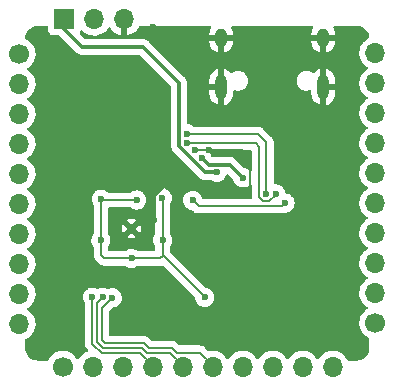
<source format=gbr>
%TF.GenerationSoftware,KiCad,Pcbnew,(6.0.0)*%
%TF.CreationDate,2022-07-10T02:32:02-04:00*%
%TF.ProjectId,EyesOfTomorrow,45796573-4f66-4546-9f6d-6f72726f772e,rev?*%
%TF.SameCoordinates,Original*%
%TF.FileFunction,Copper,L2,Bot*%
%TF.FilePolarity,Positive*%
%FSLAX46Y46*%
G04 Gerber Fmt 4.6, Leading zero omitted, Abs format (unit mm)*
G04 Created by KiCad (PCBNEW (6.0.0)) date 2022-07-10 02:32:02*
%MOMM*%
%LPD*%
G01*
G04 APERTURE LIST*
%TA.AperFunction,ComponentPad*%
%ADD10O,1.000000X1.600000*%
%TD*%
%TA.AperFunction,ComponentPad*%
%ADD11O,1.000000X2.100000*%
%TD*%
%TA.AperFunction,ComponentPad*%
%ADD12C,1.700000*%
%TD*%
%TA.AperFunction,ComponentPad*%
%ADD13O,1.700000X1.700000*%
%TD*%
%TA.AperFunction,ComponentPad*%
%ADD14R,1.700000X1.700000*%
%TD*%
%TA.AperFunction,ComponentPad*%
%ADD15C,0.600000*%
%TD*%
%TA.AperFunction,ViaPad*%
%ADD16C,0.600000*%
%TD*%
%TA.AperFunction,Conductor*%
%ADD17C,0.200000*%
%TD*%
%TA.AperFunction,Conductor*%
%ADD18C,0.300000*%
%TD*%
G04 APERTURE END LIST*
D10*
%TO.P,J0,S1,SHIELD*%
%TO.N,GND*%
X121092500Y-68980489D03*
X129732500Y-68980489D03*
D11*
X129732500Y-73160489D03*
X121092500Y-73160489D03*
%TD*%
D12*
%TO.P,J3,1,Pin_1*%
%TO.N,20*%
X134137400Y-93141800D03*
D13*
%TO.P,J3,2,Pin_2*%
%TO.N,21*%
X134137400Y-90601800D03*
%TO.P,J3,3,Pin_3*%
%TO.N,22*%
X134137400Y-88061800D03*
%TO.P,J3,4,Pin_4*%
%TO.N,23*%
X134137400Y-85521800D03*
%TO.P,J3,5,Pin_5*%
%TO.N,24*%
X134137400Y-82981800D03*
%TO.P,J3,6,Pin_6*%
%TO.N,25*%
X134137400Y-80441800D03*
%TO.P,J3,7,Pin_7*%
%TO.N,26{slash}A0*%
X134137400Y-77901800D03*
%TO.P,J3,8,Pin_8*%
%TO.N,27{slash}A1*%
X134137400Y-75361800D03*
%TO.P,J3,9,Pin_9*%
%TO.N,28{slash}A2*%
X134137400Y-72821800D03*
%TO.P,J3,10,Pin_10*%
%TO.N,29{slash}A3*%
X134137400Y-70281800D03*
%TD*%
D12*
%TO.P,J1,1,Pin_1*%
%TO.N,0*%
X104006250Y-70356250D03*
D13*
%TO.P,J1,2,Pin_2*%
%TO.N,1*%
X104006250Y-72896250D03*
%TO.P,J1,3,Pin_3*%
%TO.N,2*%
X104006250Y-75436250D03*
%TO.P,J1,4,Pin_4*%
%TO.N,3*%
X104006250Y-77976250D03*
%TO.P,J1,5,Pin_5*%
%TO.N,4*%
X104006250Y-80516250D03*
%TO.P,J1,6,Pin_6*%
%TO.N,5*%
X104006250Y-83056250D03*
%TO.P,J1,7,Pin_7*%
%TO.N,6*%
X104006250Y-85596250D03*
%TO.P,J1,8,Pin_8*%
%TO.N,7*%
X104006250Y-88136250D03*
%TO.P,J1,9,Pin_9*%
%TO.N,8*%
X104006250Y-90676250D03*
%TO.P,J1,10,Pin_10*%
%TO.N,9*%
X104006250Y-93216250D03*
%TD*%
D14*
%TO.P,J4,1,Pin_1*%
%TO.N,VBUS*%
X107806250Y-67443750D03*
D13*
%TO.P,J4,2,Pin_2*%
%TO.N,+3V3*%
X110346250Y-67443750D03*
%TO.P,J4,3,Pin_3*%
%TO.N,GND*%
X112886250Y-67443750D03*
%TD*%
D12*
%TO.P,J2,1,Pin_1*%
%TO.N,10*%
X107662500Y-96850200D03*
D13*
%TO.P,J2,2,Pin_2*%
%TO.N,11*%
X110202500Y-96850200D03*
%TO.P,J2,3,Pin_3*%
%TO.N,12*%
X112742500Y-96850200D03*
%TO.P,J2,4,Pin_4*%
%TO.N,13*%
X115282500Y-96850200D03*
%TO.P,J2,5,Pin_5*%
%TO.N,14*%
X117822500Y-96850200D03*
%TO.P,J2,6,Pin_6*%
%TO.N,15*%
X120362500Y-96850200D03*
%TO.P,J2,7,Pin_7*%
%TO.N,16*%
X122902500Y-96850200D03*
%TO.P,J2,8,Pin_8*%
%TO.N,17*%
X125442500Y-96850200D03*
%TO.P,J2,9,Pin_9*%
%TO.N,18*%
X127982500Y-96850200D03*
%TO.P,J2,10,Pin_10*%
%TO.N,19*%
X130522500Y-96850200D03*
%TD*%
D15*
%TO.P,U0,57,GND*%
%TO.N,GND*%
X113493261Y-85150000D03*
%TD*%
D16*
%TO.N,GND*%
X106680000Y-69596000D03*
X105791000Y-86995000D03*
X110127761Y-76196500D03*
X119062500Y-74612500D03*
X105537000Y-74168000D03*
X123952000Y-94996000D03*
X117297200Y-81127600D03*
X112776000Y-77431000D03*
X118831300Y-78536800D03*
X123240800Y-78943200D03*
X105537000Y-76708000D03*
X108407200Y-80695800D03*
X119735600Y-82296000D03*
X105537000Y-71628000D03*
X119049800Y-93345000D03*
X120030300Y-78516561D03*
X129667000Y-83439000D03*
X131572000Y-84328000D03*
X116681250Y-91281250D03*
X115334761Y-68053239D03*
X108743750Y-92868750D03*
X130556000Y-93218000D03*
X122237500Y-76200000D03*
X115366800Y-84404200D03*
X127793750Y-79375000D03*
X120904000Y-86614000D03*
X105664000Y-93345000D03*
%TO.N,+3V3*%
X110898187Y-86108209D03*
X119430800Y-79146400D03*
X116096761Y-82546500D03*
X113937761Y-82725989D03*
X116118868Y-86149058D03*
X113493761Y-87671511D03*
X110933314Y-82651407D03*
X119684800Y-90957400D03*
X122910600Y-80848200D03*
%TO.N,VBUS*%
X120726200Y-80391000D03*
%TO.N,DR+*%
X118186200Y-77117558D03*
X124917200Y-82245200D03*
%TO.N,DR-*%
X118186200Y-77917061D03*
X125716064Y-82213245D03*
%TO.N,13*%
X110185200Y-90957400D03*
%TO.N,14*%
X111048800Y-90957400D03*
%TO.N,15*%
X111861600Y-91008200D03*
%TO.N,29{slash}A3*%
X118668800Y-82750500D03*
X126492000Y-82982380D03*
%TD*%
D17*
%TO.N,GND*%
X112776000Y-77431000D02*
X111362261Y-77431000D01*
D18*
X115366800Y-82357913D02*
X116597113Y-81127600D01*
D17*
X123510111Y-79212511D02*
X123510111Y-81975889D01*
X123510111Y-81975889D02*
X123190000Y-82296000D01*
X123190000Y-82296000D02*
X119735600Y-82296000D01*
X123240800Y-78943200D02*
X122834400Y-78536800D01*
X111362261Y-77431000D02*
X110127761Y-76196500D01*
X122834400Y-78536800D02*
X118831300Y-78536800D01*
X123240800Y-78943200D02*
X123510111Y-79212511D01*
D18*
X115366800Y-84404200D02*
X115366800Y-82357913D01*
X116597113Y-81127600D02*
X117297200Y-81127600D01*
D17*
%TO.N,+3V3*%
X111188772Y-87671511D02*
X110898187Y-87380926D01*
X110898187Y-82686534D02*
X110898187Y-86108209D01*
X110933314Y-82651407D02*
X110898187Y-82686534D01*
X113493761Y-87671511D02*
X115924750Y-87671511D01*
X116118868Y-82568607D02*
X116096761Y-82546500D01*
X111007896Y-82725989D02*
X110933314Y-82651407D01*
X116204793Y-87477393D02*
X116118868Y-87477393D01*
D18*
X122910600Y-80848200D02*
X121803889Y-79741489D01*
X121803889Y-79741489D02*
X120025889Y-79741489D01*
X120025889Y-79741489D02*
X119430800Y-79146400D01*
D17*
X113937761Y-82725989D02*
X111007896Y-82725989D01*
X116118868Y-87477393D02*
X116118868Y-86149058D01*
X110898187Y-87380926D02*
X110898187Y-86108209D01*
X116118868Y-86149058D02*
X116118868Y-82568607D01*
X115924750Y-87671511D02*
X116118868Y-87477393D01*
X119684800Y-90957400D02*
X116204793Y-87477393D01*
X113493761Y-87671511D02*
X111188772Y-87671511D01*
D18*
%TO.N,VBUS*%
X119741591Y-80391000D02*
X117536689Y-78186098D01*
X117536689Y-78186098D02*
X117536689Y-72836311D01*
X114474178Y-69773800D02*
X109321600Y-69773800D01*
X109321600Y-69773800D02*
X107806250Y-68258450D01*
X107806250Y-68258450D02*
X107806250Y-67618770D01*
X117536689Y-72836311D02*
X114474178Y-69773800D01*
X120726200Y-80391000D02*
X119741591Y-80391000D01*
D17*
%TO.N,DR+*%
X124183758Y-77117558D02*
X118186200Y-77117558D01*
X124736225Y-77670025D02*
X124917200Y-77851000D01*
X124917200Y-77851000D02*
X124917200Y-82245200D01*
X124736225Y-77670025D02*
X124183758Y-77117558D01*
%TO.N,DR-*%
X124317689Y-82493527D02*
X124668873Y-82844711D01*
X124018273Y-77917061D02*
X124317689Y-78216477D01*
X118186200Y-77917061D02*
X124018273Y-77917061D01*
X125716064Y-82294174D02*
X125716064Y-82213245D01*
X125165527Y-82844711D02*
X125716064Y-82294174D01*
X124317689Y-78216477D02*
X124317689Y-82493527D01*
X124668873Y-82844711D02*
X125165527Y-82844711D01*
%TO.N,13*%
X115282500Y-96737480D02*
X114208009Y-95662989D01*
X114208009Y-95662989D02*
X110953789Y-95662989D01*
X110953789Y-95662989D02*
X110185200Y-94894400D01*
X110185200Y-94894400D02*
X110185200Y-90957400D01*
%TO.N,14*%
X116748009Y-95662989D02*
X114773015Y-95662989D01*
X111119275Y-95263469D02*
X110584720Y-94728914D01*
X114373495Y-95263469D02*
X111119275Y-95263469D01*
X110584720Y-91421480D02*
X111048800Y-90957400D01*
X117822500Y-96737480D02*
X116748009Y-95662989D01*
X110584720Y-94728914D02*
X110584720Y-91421480D01*
X114773015Y-95662989D02*
X114373495Y-95263469D01*
%TO.N,15*%
X111861600Y-91008200D02*
X110984240Y-91885560D01*
X117306426Y-95656400D02*
X119281420Y-95656400D01*
X114938501Y-95263469D02*
X116913495Y-95263469D01*
X119281420Y-95656400D02*
X120362500Y-96737480D01*
X110984240Y-94563428D02*
X111283606Y-94862794D01*
X116913495Y-95263469D02*
X117306426Y-95656400D01*
X114537826Y-94862794D02*
X114938501Y-95263469D01*
X110984240Y-91885560D02*
X110984240Y-94563428D01*
X111283606Y-94862794D02*
X114537826Y-94862794D01*
%TO.N,29{slash}A3*%
X119179500Y-83261200D02*
X126213180Y-83261200D01*
X118668800Y-82750500D02*
X119179500Y-83261200D01*
X126213180Y-83261200D02*
X126492000Y-82982380D01*
%TD*%
%TA.AperFunction,Conductor*%
%TO.N,GND*%
G36*
X106389871Y-67996752D02*
G01*
X106436364Y-68050408D01*
X106447750Y-68102750D01*
X106447750Y-68341884D01*
X106454505Y-68404066D01*
X106505635Y-68540455D01*
X106592989Y-68657011D01*
X106709545Y-68744365D01*
X106845934Y-68795495D01*
X106908116Y-68802250D01*
X107366600Y-68802250D01*
X107434721Y-68822252D01*
X107455695Y-68839155D01*
X108797945Y-70181405D01*
X108805935Y-70190185D01*
X108810184Y-70196880D01*
X108815962Y-70202306D01*
X108815963Y-70202307D01*
X108861857Y-70245404D01*
X108864699Y-70248159D01*
X108885267Y-70268727D01*
X108888770Y-70271444D01*
X108897795Y-70279152D01*
X108931467Y-70310772D01*
X108938418Y-70314593D01*
X108938419Y-70314594D01*
X108950258Y-70321103D01*
X108966782Y-70331957D01*
X108976871Y-70339782D01*
X108983732Y-70345104D01*
X108991004Y-70348251D01*
X108991006Y-70348252D01*
X109026135Y-70363454D01*
X109036796Y-70368676D01*
X109077263Y-70390924D01*
X109098041Y-70396259D01*
X109116731Y-70402658D01*
X109136424Y-70411180D01*
X109144247Y-70412419D01*
X109144250Y-70412420D01*
X109182057Y-70418408D01*
X109193679Y-70420815D01*
X109230733Y-70430329D01*
X109230737Y-70430330D01*
X109238412Y-70432300D01*
X109259853Y-70432300D01*
X109279562Y-70433851D01*
X109300752Y-70437207D01*
X109308644Y-70436461D01*
X109346748Y-70432859D01*
X109358606Y-70432300D01*
X114149228Y-70432300D01*
X114217349Y-70452302D01*
X114238323Y-70469205D01*
X116841284Y-73072166D01*
X116875310Y-73134478D01*
X116878189Y-73161261D01*
X116878189Y-78104042D01*
X116877630Y-78115898D01*
X116875901Y-78123635D01*
X116878127Y-78194467D01*
X116878189Y-78198425D01*
X116878189Y-78227530D01*
X116878745Y-78231930D01*
X116879677Y-78243762D01*
X116881127Y-78289929D01*
X116886796Y-78309439D01*
X116887108Y-78310514D01*
X116891119Y-78329880D01*
X116893807Y-78351162D01*
X116896723Y-78358527D01*
X116896724Y-78358531D01*
X116910815Y-78394119D01*
X116914654Y-78405329D01*
X116927544Y-78449698D01*
X116938464Y-78468163D01*
X116947155Y-78485903D01*
X116955054Y-78505854D01*
X116982205Y-78543224D01*
X116988722Y-78553146D01*
X117008196Y-78586075D01*
X117008199Y-78586079D01*
X117012236Y-78592905D01*
X117027400Y-78608069D01*
X117040240Y-78623102D01*
X117052848Y-78640455D01*
X117088441Y-78669900D01*
X117097221Y-78677890D01*
X119217932Y-80798600D01*
X119225922Y-80807381D01*
X119225930Y-80807390D01*
X119230175Y-80814080D01*
X119235950Y-80819503D01*
X119281865Y-80862620D01*
X119284707Y-80865375D01*
X119305258Y-80885926D01*
X119308392Y-80888357D01*
X119308754Y-80888638D01*
X119317782Y-80896348D01*
X119351458Y-80927972D01*
X119358409Y-80931793D01*
X119358410Y-80931794D01*
X119370246Y-80938301D01*
X119386775Y-80949158D01*
X119397460Y-80957447D01*
X119397462Y-80957448D01*
X119403722Y-80962304D01*
X119446135Y-80980657D01*
X119456772Y-80985868D01*
X119497254Y-81008124D01*
X119504933Y-81010096D01*
X119504934Y-81010096D01*
X119518025Y-81013457D01*
X119536727Y-81019859D01*
X119556414Y-81028379D01*
X119564243Y-81029619D01*
X119602039Y-81035605D01*
X119613665Y-81038013D01*
X119650726Y-81047529D01*
X119650727Y-81047529D01*
X119658403Y-81049500D01*
X119679849Y-81049500D01*
X119699559Y-81051051D01*
X119720742Y-81054406D01*
X119766726Y-81050059D01*
X119778585Y-81049500D01*
X120218307Y-81049500D01*
X120287300Y-81070068D01*
X120359359Y-81117222D01*
X120365963Y-81119678D01*
X120365965Y-81119679D01*
X120522758Y-81177990D01*
X120522760Y-81177990D01*
X120529368Y-81180448D01*
X120613195Y-81191633D01*
X120702180Y-81203507D01*
X120702184Y-81203507D01*
X120709161Y-81204438D01*
X120716172Y-81203800D01*
X120716176Y-81203800D01*
X120873593Y-81189473D01*
X120889800Y-81187998D01*
X120896502Y-81185820D01*
X120896504Y-81185820D01*
X121055609Y-81134124D01*
X121055612Y-81134123D01*
X121062308Y-81131947D01*
X121166111Y-81070068D01*
X121212060Y-81042677D01*
X121212062Y-81042676D01*
X121218112Y-81039069D01*
X121349466Y-80913982D01*
X121449843Y-80762902D01*
X121502965Y-80623059D01*
X121545854Y-80566481D01*
X121612523Y-80542072D01*
X121681804Y-80557582D01*
X121709848Y-80578708D01*
X122080283Y-80949143D01*
X122114198Y-81011603D01*
X122114763Y-81017360D01*
X122172018Y-81189473D01*
X122175665Y-81195495D01*
X122175666Y-81195497D01*
X122251878Y-81321338D01*
X122265980Y-81344624D01*
X122391982Y-81475102D01*
X122415036Y-81490188D01*
X122519324Y-81558432D01*
X122543759Y-81574422D01*
X122550363Y-81576878D01*
X122550365Y-81576879D01*
X122707158Y-81635190D01*
X122707160Y-81635190D01*
X122713768Y-81637648D01*
X122797595Y-81648833D01*
X122886580Y-81660707D01*
X122886584Y-81660707D01*
X122893561Y-81661638D01*
X122900572Y-81661000D01*
X122900576Y-81661000D01*
X123043059Y-81648032D01*
X123074200Y-81645198D01*
X123080902Y-81643020D01*
X123080904Y-81643020D01*
X123240009Y-81591324D01*
X123240012Y-81591323D01*
X123246708Y-81589147D01*
X123402512Y-81496269D01*
X123447991Y-81452960D01*
X123496297Y-81406959D01*
X123559422Y-81374467D01*
X123630093Y-81381260D01*
X123685872Y-81425183D01*
X123709189Y-81498205D01*
X123709189Y-82445391D01*
X123708111Y-82461834D01*
X123703939Y-82493527D01*
X123705017Y-82501716D01*
X123705017Y-82501717D01*
X123706141Y-82510256D01*
X123695201Y-82580404D01*
X123648072Y-82633502D01*
X123581219Y-82652700D01*
X119580454Y-82652700D01*
X119512333Y-82632698D01*
X119465840Y-82579042D01*
X119461463Y-82568137D01*
X119404864Y-82405606D01*
X119404862Y-82405603D01*
X119402545Y-82398948D01*
X119306426Y-82245124D01*
X119288018Y-82226587D01*
X119183578Y-82121415D01*
X119183574Y-82121412D01*
X119178615Y-82116418D01*
X119167497Y-82109362D01*
X119109892Y-82072805D01*
X119025466Y-82019227D01*
X118953219Y-81993501D01*
X118861225Y-81960743D01*
X118861220Y-81960742D01*
X118854590Y-81958381D01*
X118847602Y-81957548D01*
X118847599Y-81957547D01*
X118724498Y-81942868D01*
X118674480Y-81936904D01*
X118667477Y-81937640D01*
X118667476Y-81937640D01*
X118501088Y-81955128D01*
X118501086Y-81955129D01*
X118494088Y-81955864D01*
X118322379Y-82014318D01*
X118286929Y-82036127D01*
X118173895Y-82105666D01*
X118173892Y-82105668D01*
X118167888Y-82109362D01*
X118162853Y-82114293D01*
X118162850Y-82114295D01*
X118043325Y-82231343D01*
X118038293Y-82236271D01*
X117940035Y-82388738D01*
X117937626Y-82395358D01*
X117937624Y-82395361D01*
X117886749Y-82535140D01*
X117877997Y-82559185D01*
X117855263Y-82739140D01*
X117872963Y-82919660D01*
X117930218Y-83091773D01*
X117933865Y-83097795D01*
X117933866Y-83097797D01*
X117982285Y-83177746D01*
X118024180Y-83246924D01*
X118150182Y-83377402D01*
X118226070Y-83427062D01*
X118258607Y-83448353D01*
X118301959Y-83476722D01*
X118308563Y-83479178D01*
X118308565Y-83479179D01*
X118465358Y-83537490D01*
X118465360Y-83537490D01*
X118471968Y-83539948D01*
X118478953Y-83540880D01*
X118478957Y-83540881D01*
X118541347Y-83549206D01*
X118574786Y-83553667D01*
X118639662Y-83582503D01*
X118647216Y-83589465D01*
X118715185Y-83657434D01*
X118726052Y-83669825D01*
X118745513Y-83695187D01*
X118752063Y-83700213D01*
X118777421Y-83719671D01*
X118777437Y-83719685D01*
X118826805Y-83757566D01*
X118872624Y-83792724D01*
X119020649Y-83854038D01*
X119028836Y-83855116D01*
X119028837Y-83855116D01*
X119040042Y-83856591D01*
X119071238Y-83860698D01*
X119139615Y-83869700D01*
X119139618Y-83869700D01*
X119139626Y-83869701D01*
X119171311Y-83873872D01*
X119179500Y-83874950D01*
X119211193Y-83870778D01*
X119227636Y-83869700D01*
X126165044Y-83869700D01*
X126181487Y-83870778D01*
X126213180Y-83874950D01*
X126221369Y-83873872D01*
X126253054Y-83869701D01*
X126253064Y-83869700D01*
X126253065Y-83869700D01*
X126253081Y-83869698D01*
X126352637Y-83856591D01*
X126363844Y-83855116D01*
X126363846Y-83855115D01*
X126372031Y-83854038D01*
X126505474Y-83798764D01*
X126542272Y-83789692D01*
X126655600Y-83779378D01*
X126662302Y-83777200D01*
X126662304Y-83777200D01*
X126821409Y-83725504D01*
X126821412Y-83725503D01*
X126828108Y-83723327D01*
X126983912Y-83630449D01*
X127115266Y-83505362D01*
X127215643Y-83354282D01*
X127280055Y-83184718D01*
X127288285Y-83126158D01*
X127304748Y-83009019D01*
X127304748Y-83009016D01*
X127305299Y-83005097D01*
X127305616Y-82982380D01*
X127285397Y-82802125D01*
X127283080Y-82795471D01*
X127228064Y-82637486D01*
X127228062Y-82637483D01*
X127225745Y-82630828D01*
X127214108Y-82612204D01*
X127133359Y-82482978D01*
X127129626Y-82477004D01*
X127119773Y-82467082D01*
X127006778Y-82353295D01*
X127006774Y-82353292D01*
X127001815Y-82348298D01*
X126848666Y-82251107D01*
X126779806Y-82226587D01*
X126684425Y-82192623D01*
X126684420Y-82192622D01*
X126677790Y-82190261D01*
X126670802Y-82189428D01*
X126670799Y-82189427D01*
X126646125Y-82186485D01*
X126624223Y-82183874D01*
X126558951Y-82155947D01*
X126519137Y-82097164D01*
X126513927Y-82072805D01*
X126510246Y-82039989D01*
X126509461Y-82032990D01*
X126496133Y-81994716D01*
X126452128Y-81868351D01*
X126452126Y-81868348D01*
X126449809Y-81861693D01*
X126424898Y-81821827D01*
X126357423Y-81713843D01*
X126353690Y-81707869D01*
X126331138Y-81685159D01*
X126230842Y-81584160D01*
X126230838Y-81584157D01*
X126225879Y-81579163D01*
X126218409Y-81574422D01*
X126166602Y-81541545D01*
X126072730Y-81481972D01*
X126039204Y-81470034D01*
X125908489Y-81423488D01*
X125908484Y-81423487D01*
X125901854Y-81421126D01*
X125894866Y-81420293D01*
X125894863Y-81420292D01*
X125771762Y-81405613D01*
X125721744Y-81399649D01*
X125714741Y-81400385D01*
X125714740Y-81400385D01*
X125700922Y-81401838D01*
X125664870Y-81405627D01*
X125595033Y-81392855D01*
X125543186Y-81344354D01*
X125525700Y-81280317D01*
X125525700Y-77899136D01*
X125526778Y-77882690D01*
X125528647Y-77868495D01*
X125530950Y-77851000D01*
X125525700Y-77811122D01*
X125525700Y-77811115D01*
X125510038Y-77692150D01*
X125448724Y-77544125D01*
X125388060Y-77465066D01*
X125375677Y-77448928D01*
X125375674Y-77448925D01*
X125351187Y-77417013D01*
X125344632Y-77411983D01*
X125325821Y-77397548D01*
X125313430Y-77386681D01*
X124648073Y-76721324D01*
X124637206Y-76708933D01*
X124622771Y-76690121D01*
X124617745Y-76683571D01*
X124585833Y-76659084D01*
X124585830Y-76659081D01*
X124564478Y-76642697D01*
X124497187Y-76591062D01*
X124497185Y-76591061D01*
X124490634Y-76586034D01*
X124342609Y-76524720D01*
X124334422Y-76523642D01*
X124334421Y-76523642D01*
X124323216Y-76522167D01*
X124292020Y-76518060D01*
X124223643Y-76509058D01*
X124223640Y-76509058D01*
X124223632Y-76509057D01*
X124191947Y-76504886D01*
X124183758Y-76503808D01*
X124152065Y-76507980D01*
X124135622Y-76509058D01*
X118770951Y-76509058D01*
X118702830Y-76489056D01*
X118698357Y-76485834D01*
X118696015Y-76483476D01*
X118542866Y-76386285D01*
X118513663Y-76375886D01*
X118378625Y-76327801D01*
X118378620Y-76327800D01*
X118371990Y-76325439D01*
X118324188Y-76319739D01*
X118306269Y-76317602D01*
X118240996Y-76289674D01*
X118201184Y-76230891D01*
X118195189Y-76192488D01*
X118195189Y-73757146D01*
X120084500Y-73757146D01*
X120084801Y-73763294D01*
X120098312Y-73901092D01*
X120100695Y-73913127D01*
X120154267Y-74090565D01*
X120158941Y-74101905D01*
X120245960Y-74265566D01*
X120252749Y-74275783D01*
X120369897Y-74419422D01*
X120378541Y-74428126D01*
X120521356Y-74546273D01*
X120531527Y-74553133D01*
X120694576Y-74641293D01*
X120705881Y-74646045D01*
X120821192Y-74681739D01*
X120835295Y-74681945D01*
X120838500Y-74675190D01*
X120838500Y-74668413D01*
X121346500Y-74668413D01*
X121350473Y-74681944D01*
X121358268Y-74683064D01*
X121466021Y-74651351D01*
X121477389Y-74646758D01*
X121641654Y-74560882D01*
X121651915Y-74554168D01*
X121796373Y-74438021D01*
X121805132Y-74429443D01*
X121924278Y-74287450D01*
X121931208Y-74277330D01*
X122020502Y-74114904D01*
X122025334Y-74103631D01*
X122081380Y-73926951D01*
X122083930Y-73914957D01*
X122100107Y-73770728D01*
X122100500Y-73763704D01*
X122100500Y-73547515D01*
X122120502Y-73479394D01*
X122174158Y-73432901D01*
X122244432Y-73422797D01*
X122253986Y-73424550D01*
X122423994Y-73462551D01*
X122424001Y-73462552D01*
X122429043Y-73463679D01*
X122434588Y-73463989D01*
X122567744Y-73463989D01*
X122702537Y-73449346D01*
X122841133Y-73402703D01*
X122867704Y-73393761D01*
X122867706Y-73393760D01*
X122874175Y-73391583D01*
X123029405Y-73298312D01*
X123034362Y-73293624D01*
X123034365Y-73293622D01*
X123156027Y-73178571D01*
X123156029Y-73178569D01*
X123160985Y-73173882D01*
X123164817Y-73168244D01*
X123164820Y-73168240D01*
X123258942Y-73029744D01*
X123262777Y-73024101D01*
X123330030Y-72855955D01*
X123331144Y-72849227D01*
X123331145Y-72849223D01*
X123358493Y-72684028D01*
X123358493Y-72684025D01*
X123359608Y-72677291D01*
X123359153Y-72668592D01*
X123354703Y-72583687D01*
X127465392Y-72583687D01*
X127465749Y-72590504D01*
X127465749Y-72590508D01*
X127472110Y-72711882D01*
X127474870Y-72764536D01*
X127476681Y-72771109D01*
X127476681Y-72771112D01*
X127508985Y-72888390D01*
X127522961Y-72939130D01*
X127607422Y-73099325D01*
X127611827Y-73104538D01*
X127611830Y-73104542D01*
X127719906Y-73232432D01*
X127719910Y-73232436D01*
X127724313Y-73237646D01*
X127729737Y-73241793D01*
X127729738Y-73241794D01*
X127862757Y-73343495D01*
X127862761Y-73343498D01*
X127868178Y-73347639D01*
X127954872Y-73388065D01*
X128026131Y-73421294D01*
X128026134Y-73421295D01*
X128032308Y-73424174D01*
X128038956Y-73425660D01*
X128038959Y-73425661D01*
X128135186Y-73447170D01*
X128209043Y-73463679D01*
X128214588Y-73463989D01*
X128347744Y-73463989D01*
X128482537Y-73449346D01*
X128489001Y-73447171D01*
X128489004Y-73447170D01*
X128556216Y-73424550D01*
X128558311Y-73423845D01*
X128629253Y-73421075D01*
X128690432Y-73457098D01*
X128722423Y-73520479D01*
X128724500Y-73543264D01*
X128724500Y-73757146D01*
X128724801Y-73763294D01*
X128738312Y-73901092D01*
X128740695Y-73913127D01*
X128794267Y-74090565D01*
X128798941Y-74101905D01*
X128885960Y-74265566D01*
X128892749Y-74275783D01*
X129009897Y-74419422D01*
X129018541Y-74428126D01*
X129161356Y-74546273D01*
X129171527Y-74553133D01*
X129334576Y-74641293D01*
X129345881Y-74646045D01*
X129461192Y-74681739D01*
X129475295Y-74681945D01*
X129478500Y-74675190D01*
X129478500Y-74668413D01*
X129986500Y-74668413D01*
X129990473Y-74681944D01*
X129998268Y-74683064D01*
X130106021Y-74651351D01*
X130117389Y-74646758D01*
X130281654Y-74560882D01*
X130291915Y-74554168D01*
X130436373Y-74438021D01*
X130445132Y-74429443D01*
X130564278Y-74287450D01*
X130571208Y-74277330D01*
X130660502Y-74114904D01*
X130665334Y-74103631D01*
X130721380Y-73926951D01*
X130723930Y-73914957D01*
X130740107Y-73770728D01*
X130740500Y-73763704D01*
X130740500Y-73432604D01*
X130736025Y-73417365D01*
X130734635Y-73416160D01*
X130726952Y-73414489D01*
X130004615Y-73414489D01*
X129989376Y-73418964D01*
X129988171Y-73420354D01*
X129986500Y-73428037D01*
X129986500Y-74668413D01*
X129478500Y-74668413D01*
X129478500Y-72888374D01*
X129986500Y-72888374D01*
X129990975Y-72903613D01*
X129992365Y-72904818D01*
X130000048Y-72906489D01*
X130722385Y-72906489D01*
X130737624Y-72902014D01*
X130738829Y-72900624D01*
X130740500Y-72892941D01*
X130740500Y-72563832D01*
X130740199Y-72557684D01*
X130726688Y-72419886D01*
X130724305Y-72407851D01*
X130670733Y-72230413D01*
X130666059Y-72219073D01*
X130579040Y-72055412D01*
X130572251Y-72045195D01*
X130455103Y-71901556D01*
X130446459Y-71892852D01*
X130303644Y-71774705D01*
X130293473Y-71767845D01*
X130130424Y-71679685D01*
X130119119Y-71674933D01*
X130003808Y-71639239D01*
X129989705Y-71639033D01*
X129986500Y-71645788D01*
X129986500Y-72888374D01*
X129478500Y-72888374D01*
X129478500Y-71652565D01*
X129474527Y-71639034D01*
X129466732Y-71637914D01*
X129358979Y-71669627D01*
X129347611Y-71674220D01*
X129183346Y-71760096D01*
X129173085Y-71766810D01*
X129028627Y-71882957D01*
X129019868Y-71891535D01*
X128975500Y-71944410D01*
X128916390Y-71983737D01*
X128845402Y-71984863D01*
X128802452Y-71963517D01*
X128736822Y-71913339D01*
X128631686Y-71864314D01*
X128578869Y-71839684D01*
X128578866Y-71839683D01*
X128572692Y-71836804D01*
X128566044Y-71835318D01*
X128566041Y-71835317D01*
X128400994Y-71798425D01*
X128400995Y-71798425D01*
X128395957Y-71797299D01*
X128390412Y-71796989D01*
X128257256Y-71796989D01*
X128122463Y-71811632D01*
X128039109Y-71839684D01*
X127957296Y-71867217D01*
X127957294Y-71867218D01*
X127950825Y-71869395D01*
X127795595Y-71962666D01*
X127790638Y-71967354D01*
X127790635Y-71967356D01*
X127683291Y-72068867D01*
X127664015Y-72087096D01*
X127660183Y-72092734D01*
X127660180Y-72092738D01*
X127609240Y-72167694D01*
X127562223Y-72236877D01*
X127494970Y-72405023D01*
X127493856Y-72411751D01*
X127493855Y-72411755D01*
X127468679Y-72563832D01*
X127465392Y-72583687D01*
X123354703Y-72583687D01*
X123350487Y-72503255D01*
X123350130Y-72496442D01*
X123344053Y-72474377D01*
X123303852Y-72328430D01*
X123302039Y-72321848D01*
X123217578Y-72161653D01*
X123213173Y-72156440D01*
X123213170Y-72156436D01*
X123105094Y-72028546D01*
X123105090Y-72028542D01*
X123100687Y-72023332D01*
X123095262Y-72019184D01*
X122962243Y-71917483D01*
X122962239Y-71917480D01*
X122956822Y-71913339D01*
X122851686Y-71864314D01*
X122798869Y-71839684D01*
X122798866Y-71839683D01*
X122792692Y-71836804D01*
X122786044Y-71835318D01*
X122786041Y-71835317D01*
X122620994Y-71798425D01*
X122620995Y-71798425D01*
X122615957Y-71797299D01*
X122610412Y-71796989D01*
X122477256Y-71796989D01*
X122342463Y-71811632D01*
X122259109Y-71839684D01*
X122177296Y-71867217D01*
X122177294Y-71867218D01*
X122170825Y-71869395D01*
X122018849Y-71960711D01*
X122018846Y-71960712D01*
X122015595Y-71962666D01*
X122015245Y-71962083D01*
X121953583Y-71985554D01*
X121884109Y-71970928D01*
X121846109Y-71939574D01*
X121815103Y-71901556D01*
X121806459Y-71892852D01*
X121663644Y-71774705D01*
X121653473Y-71767845D01*
X121490424Y-71679685D01*
X121479119Y-71674933D01*
X121363808Y-71639239D01*
X121349705Y-71639033D01*
X121346500Y-71645788D01*
X121346500Y-74668413D01*
X120838500Y-74668413D01*
X120838500Y-73432604D01*
X120834025Y-73417365D01*
X120832635Y-73416160D01*
X120824952Y-73414489D01*
X120102615Y-73414489D01*
X120087376Y-73418964D01*
X120086171Y-73420354D01*
X120084500Y-73428037D01*
X120084500Y-73757146D01*
X118195189Y-73757146D01*
X118195189Y-72918371D01*
X118195748Y-72906514D01*
X118197478Y-72898774D01*
X118197151Y-72888374D01*
X120084500Y-72888374D01*
X120088975Y-72903613D01*
X120090365Y-72904818D01*
X120098048Y-72906489D01*
X120820385Y-72906489D01*
X120835624Y-72902014D01*
X120836829Y-72900624D01*
X120838500Y-72892941D01*
X120838500Y-71652565D01*
X120834527Y-71639034D01*
X120826732Y-71637914D01*
X120718979Y-71669627D01*
X120707611Y-71674220D01*
X120543346Y-71760096D01*
X120533085Y-71766810D01*
X120388627Y-71882957D01*
X120379868Y-71891535D01*
X120260722Y-72033528D01*
X120253792Y-72043648D01*
X120164498Y-72206074D01*
X120159666Y-72217347D01*
X120103620Y-72394027D01*
X120101070Y-72406021D01*
X120084893Y-72550250D01*
X120084500Y-72557274D01*
X120084500Y-72888374D01*
X118197151Y-72888374D01*
X118195251Y-72827910D01*
X118195189Y-72823952D01*
X118195189Y-72794879D01*
X118194636Y-72790500D01*
X118193703Y-72778657D01*
X118193260Y-72764536D01*
X118192252Y-72732480D01*
X118186268Y-72711882D01*
X118182260Y-72692529D01*
X118181821Y-72689054D01*
X118179571Y-72671247D01*
X118162564Y-72628293D01*
X118158718Y-72617058D01*
X118148047Y-72580327D01*
X118148046Y-72580324D01*
X118145834Y-72572711D01*
X118134914Y-72554246D01*
X118126223Y-72536506D01*
X118118324Y-72516555D01*
X118091171Y-72479182D01*
X118084656Y-72469263D01*
X118065182Y-72436334D01*
X118065179Y-72436330D01*
X118061142Y-72429504D01*
X118045978Y-72414340D01*
X118033137Y-72399306D01*
X118025190Y-72388368D01*
X118020530Y-72381954D01*
X117984936Y-72352508D01*
X117976157Y-72344519D01*
X114997833Y-69366195D01*
X114989843Y-69357415D01*
X114989841Y-69357413D01*
X114985594Y-69350720D01*
X114960490Y-69327146D01*
X120084500Y-69327146D01*
X120084801Y-69333294D01*
X120098312Y-69471092D01*
X120100695Y-69483127D01*
X120154267Y-69660565D01*
X120158941Y-69671905D01*
X120245960Y-69835566D01*
X120252749Y-69845783D01*
X120369897Y-69989422D01*
X120378541Y-69998126D01*
X120521356Y-70116273D01*
X120531527Y-70123133D01*
X120694576Y-70211293D01*
X120705881Y-70216045D01*
X120821192Y-70251739D01*
X120835295Y-70251945D01*
X120838500Y-70245190D01*
X120838500Y-70238413D01*
X121346500Y-70238413D01*
X121350473Y-70251944D01*
X121358268Y-70253064D01*
X121466021Y-70221351D01*
X121477389Y-70216758D01*
X121641654Y-70130882D01*
X121651915Y-70124168D01*
X121796373Y-70008021D01*
X121805132Y-69999443D01*
X121924278Y-69857450D01*
X121931208Y-69847330D01*
X122020502Y-69684904D01*
X122025334Y-69673631D01*
X122081380Y-69496951D01*
X122083930Y-69484957D01*
X122100107Y-69340728D01*
X122100500Y-69333704D01*
X122100500Y-69327146D01*
X128724500Y-69327146D01*
X128724801Y-69333294D01*
X128738312Y-69471092D01*
X128740695Y-69483127D01*
X128794267Y-69660565D01*
X128798941Y-69671905D01*
X128885960Y-69835566D01*
X128892749Y-69845783D01*
X129009897Y-69989422D01*
X129018541Y-69998126D01*
X129161356Y-70116273D01*
X129171527Y-70123133D01*
X129334576Y-70211293D01*
X129345881Y-70216045D01*
X129461192Y-70251739D01*
X129475295Y-70251945D01*
X129478500Y-70245190D01*
X129478500Y-70238413D01*
X129986500Y-70238413D01*
X129990473Y-70251944D01*
X129998268Y-70253064D01*
X130106021Y-70221351D01*
X130117389Y-70216758D01*
X130281654Y-70130882D01*
X130291915Y-70124168D01*
X130436373Y-70008021D01*
X130445132Y-69999443D01*
X130564278Y-69857450D01*
X130571208Y-69847330D01*
X130660502Y-69684904D01*
X130665334Y-69673631D01*
X130721380Y-69496951D01*
X130723930Y-69484957D01*
X130740107Y-69340728D01*
X130740500Y-69333704D01*
X130740500Y-69252604D01*
X130736025Y-69237365D01*
X130734635Y-69236160D01*
X130726952Y-69234489D01*
X130004615Y-69234489D01*
X129989376Y-69238964D01*
X129988171Y-69240354D01*
X129986500Y-69248037D01*
X129986500Y-70238413D01*
X129478500Y-70238413D01*
X129478500Y-69252604D01*
X129474025Y-69237365D01*
X129472635Y-69236160D01*
X129464952Y-69234489D01*
X128742615Y-69234489D01*
X128727376Y-69238964D01*
X128726171Y-69240354D01*
X128724500Y-69248037D01*
X128724500Y-69327146D01*
X122100500Y-69327146D01*
X122100500Y-69252604D01*
X122096025Y-69237365D01*
X122094635Y-69236160D01*
X122086952Y-69234489D01*
X121364615Y-69234489D01*
X121349376Y-69238964D01*
X121348171Y-69240354D01*
X121346500Y-69248037D01*
X121346500Y-70238413D01*
X120838500Y-70238413D01*
X120838500Y-69252604D01*
X120834025Y-69237365D01*
X120832635Y-69236160D01*
X120824952Y-69234489D01*
X120102615Y-69234489D01*
X120087376Y-69238964D01*
X120086171Y-69240354D01*
X120084500Y-69248037D01*
X120084500Y-69327146D01*
X114960490Y-69327146D01*
X114933920Y-69302195D01*
X114931079Y-69299441D01*
X114910511Y-69278873D01*
X114907004Y-69276153D01*
X114897982Y-69268447D01*
X114864311Y-69236828D01*
X114857359Y-69233006D01*
X114845520Y-69226497D01*
X114828996Y-69215643D01*
X114818310Y-69207355D01*
X114812046Y-69202496D01*
X114804774Y-69199349D01*
X114804772Y-69199348D01*
X114769643Y-69184146D01*
X114758983Y-69178924D01*
X114725462Y-69160495D01*
X114725460Y-69160494D01*
X114718515Y-69156676D01*
X114697737Y-69151341D01*
X114679047Y-69144942D01*
X114659354Y-69136420D01*
X114613730Y-69129194D01*
X114602107Y-69126787D01*
X114574106Y-69119598D01*
X114557366Y-69115300D01*
X114535919Y-69115300D01*
X114516209Y-69113749D01*
X114510773Y-69112888D01*
X114495026Y-69110394D01*
X114449037Y-69114741D01*
X114437182Y-69115300D01*
X109646550Y-69115300D01*
X109578429Y-69095298D01*
X109557455Y-69078395D01*
X109140411Y-68661351D01*
X109106385Y-68599039D01*
X109111524Y-68528026D01*
X109119231Y-68507470D01*
X109135517Y-68464027D01*
X109150848Y-68423132D01*
X109193490Y-68366367D01*
X109260052Y-68341668D01*
X109329401Y-68356876D01*
X109364067Y-68384864D01*
X109392500Y-68417688D01*
X109564376Y-68560382D01*
X109757250Y-68673088D01*
X109965942Y-68752780D01*
X109971010Y-68753811D01*
X109971013Y-68753812D01*
X110066112Y-68773160D01*
X110184847Y-68797317D01*
X110190022Y-68797507D01*
X110190024Y-68797507D01*
X110402923Y-68805314D01*
X110402927Y-68805314D01*
X110408087Y-68805503D01*
X110413207Y-68804847D01*
X110413209Y-68804847D01*
X110624538Y-68777775D01*
X110624539Y-68777775D01*
X110629666Y-68777118D01*
X110634616Y-68775633D01*
X110838679Y-68714411D01*
X110838684Y-68714409D01*
X110843634Y-68712924D01*
X111044244Y-68614646D01*
X111226110Y-68484923D01*
X111384346Y-68327239D01*
X111514703Y-68145827D01*
X111515890Y-68146680D01*
X111563210Y-68103112D01*
X111633147Y-68090895D01*
X111698588Y-68118428D01*
X111726416Y-68150261D01*
X111783944Y-68244138D01*
X111790027Y-68252449D01*
X111929463Y-68413417D01*
X111936830Y-68420633D01*
X112100684Y-68556666D01*
X112109131Y-68562581D01*
X112293006Y-68670029D01*
X112302292Y-68674479D01*
X112501251Y-68750453D01*
X112511149Y-68753329D01*
X112614500Y-68774356D01*
X112628549Y-68773160D01*
X112632250Y-68762815D01*
X112632250Y-68102750D01*
X112652252Y-68034629D01*
X112705908Y-67988136D01*
X112758250Y-67976750D01*
X113014250Y-67976750D01*
X113082371Y-67996752D01*
X113128864Y-68050408D01*
X113140250Y-68102750D01*
X113140250Y-68762267D01*
X113144314Y-68776109D01*
X113157728Y-68778143D01*
X113164434Y-68777284D01*
X113174512Y-68775142D01*
X113378505Y-68713941D01*
X113388092Y-68710183D01*
X113579345Y-68616489D01*
X113588195Y-68611214D01*
X113761578Y-68487542D01*
X113769450Y-68480889D01*
X113920302Y-68330562D01*
X113926980Y-68322715D01*
X114051253Y-68149770D01*
X114056563Y-68140933D01*
X114103026Y-68046923D01*
X114151140Y-67994716D01*
X114215983Y-67976750D01*
X120115999Y-67976750D01*
X120184120Y-67996752D01*
X120230613Y-68050408D01*
X120240717Y-68120682D01*
X120226414Y-68163451D01*
X120164494Y-68276082D01*
X120159666Y-68287347D01*
X120103620Y-68464027D01*
X120101070Y-68476021D01*
X120084893Y-68620250D01*
X120084500Y-68627274D01*
X120084500Y-68708374D01*
X120088975Y-68723613D01*
X120090365Y-68724818D01*
X120098048Y-68726489D01*
X122082385Y-68726489D01*
X122097624Y-68722014D01*
X122098829Y-68720624D01*
X122100500Y-68712941D01*
X122100500Y-68633832D01*
X122100199Y-68627684D01*
X122086688Y-68489886D01*
X122084305Y-68477851D01*
X122030733Y-68300413D01*
X122026059Y-68289073D01*
X121958442Y-68161903D01*
X121944123Y-68092366D01*
X121969671Y-68026125D01*
X122026976Y-67984212D01*
X122069694Y-67976750D01*
X128755999Y-67976750D01*
X128824120Y-67996752D01*
X128870613Y-68050408D01*
X128880717Y-68120682D01*
X128866414Y-68163451D01*
X128804494Y-68276082D01*
X128799666Y-68287347D01*
X128743620Y-68464027D01*
X128741070Y-68476021D01*
X128724893Y-68620250D01*
X128724500Y-68627274D01*
X128724500Y-68708374D01*
X128728975Y-68723613D01*
X128730365Y-68724818D01*
X128738048Y-68726489D01*
X130722385Y-68726489D01*
X130737624Y-68722014D01*
X130738829Y-68720624D01*
X130740500Y-68712941D01*
X130740500Y-68633832D01*
X130740199Y-68627684D01*
X130726688Y-68489886D01*
X130724305Y-68477851D01*
X130670733Y-68300413D01*
X130666059Y-68289073D01*
X130598442Y-68161903D01*
X130584123Y-68092366D01*
X130609671Y-68026125D01*
X130666976Y-67984212D01*
X130709694Y-67976750D01*
X132506922Y-67976750D01*
X132526307Y-67978250D01*
X132541108Y-67980555D01*
X132541111Y-67980555D01*
X132549980Y-67981936D01*
X132562628Y-67980282D01*
X132589942Y-67979698D01*
X132677698Y-67987375D01*
X132732725Y-67992190D01*
X132754346Y-67996002D01*
X132914815Y-68039000D01*
X132935452Y-68046511D01*
X133086010Y-68116718D01*
X133105030Y-68127700D01*
X133241112Y-68222985D01*
X133257937Y-68237103D01*
X133375397Y-68354563D01*
X133389515Y-68371388D01*
X133484800Y-68507470D01*
X133495782Y-68526490D01*
X133565989Y-68677048D01*
X133573500Y-68697685D01*
X133616498Y-68858154D01*
X133620311Y-68879779D01*
X133624652Y-68929403D01*
X133610662Y-68999007D01*
X133557311Y-69052146D01*
X133506887Y-69078395D01*
X133436326Y-69115127D01*
X133411007Y-69128307D01*
X133406874Y-69131410D01*
X133406871Y-69131412D01*
X133236500Y-69259330D01*
X133232365Y-69262435D01*
X133170526Y-69327146D01*
X133133210Y-69366195D01*
X133078029Y-69423938D01*
X132952143Y-69608480D01*
X132858088Y-69811105D01*
X132798389Y-70026370D01*
X132774651Y-70248495D01*
X132774948Y-70253648D01*
X132774948Y-70253651D01*
X132780864Y-70356250D01*
X132787510Y-70471515D01*
X132788647Y-70476561D01*
X132788648Y-70476567D01*
X132804288Y-70545965D01*
X132836622Y-70689439D01*
X132920666Y-70896416D01*
X132923365Y-70900820D01*
X133022459Y-71062527D01*
X133037387Y-71086888D01*
X133183650Y-71255738D01*
X133355526Y-71398432D01*
X133425995Y-71439611D01*
X133428845Y-71441276D01*
X133477569Y-71492914D01*
X133490640Y-71562697D01*
X133463909Y-71628469D01*
X133423455Y-71661827D01*
X133411007Y-71668307D01*
X133406874Y-71671410D01*
X133406871Y-71671412D01*
X133236500Y-71799330D01*
X133232365Y-71802435D01*
X133223576Y-71811632D01*
X133082605Y-71959150D01*
X133078029Y-71963938D01*
X133075115Y-71968210D01*
X133075114Y-71968211D01*
X133022599Y-72045195D01*
X132952143Y-72148480D01*
X132925409Y-72206074D01*
X132871669Y-72321848D01*
X132858088Y-72351105D01*
X132798389Y-72566370D01*
X132774651Y-72788495D01*
X132774948Y-72793648D01*
X132774948Y-72793651D01*
X132784510Y-72959490D01*
X132787510Y-73011515D01*
X132788647Y-73016561D01*
X132788648Y-73016567D01*
X132809675Y-73109869D01*
X132836622Y-73229439D01*
X132866016Y-73301828D01*
X132917264Y-73428037D01*
X132920666Y-73436416D01*
X132937563Y-73463989D01*
X133022459Y-73602527D01*
X133037387Y-73626888D01*
X133183650Y-73795738D01*
X133355526Y-73938432D01*
X133425995Y-73979611D01*
X133428845Y-73981276D01*
X133477569Y-74032914D01*
X133490640Y-74102697D01*
X133463909Y-74168469D01*
X133423455Y-74201827D01*
X133411007Y-74208307D01*
X133406874Y-74211410D01*
X133406871Y-74211412D01*
X133283489Y-74304050D01*
X133232365Y-74342435D01*
X133078029Y-74503938D01*
X132952143Y-74688480D01*
X132858088Y-74891105D01*
X132798389Y-75106370D01*
X132774651Y-75328495D01*
X132774948Y-75333648D01*
X132774948Y-75333651D01*
X132780864Y-75436250D01*
X132787510Y-75551515D01*
X132788647Y-75556561D01*
X132788648Y-75556567D01*
X132804288Y-75625965D01*
X132836622Y-75769439D01*
X132920666Y-75976416D01*
X132923365Y-75980820D01*
X133022459Y-76142527D01*
X133037387Y-76166888D01*
X133183650Y-76335738D01*
X133355526Y-76478432D01*
X133364158Y-76483476D01*
X133428845Y-76521276D01*
X133477569Y-76572914D01*
X133490640Y-76642697D01*
X133463909Y-76708469D01*
X133423455Y-76741827D01*
X133411007Y-76748307D01*
X133406874Y-76751410D01*
X133406871Y-76751412D01*
X133283489Y-76844050D01*
X133232365Y-76882435D01*
X133078029Y-77043938D01*
X132952143Y-77228480D01*
X132917585Y-77302930D01*
X132873665Y-77397548D01*
X132858088Y-77431105D01*
X132798389Y-77646370D01*
X132774651Y-77868495D01*
X132774948Y-77873648D01*
X132774948Y-77873651D01*
X132780864Y-77976250D01*
X132787510Y-78091515D01*
X132788647Y-78096561D01*
X132788648Y-78096567D01*
X132796534Y-78131557D01*
X132836622Y-78309439D01*
X132920666Y-78516416D01*
X132923365Y-78520820D01*
X133022459Y-78682527D01*
X133037387Y-78706888D01*
X133183650Y-78875738D01*
X133355526Y-79018432D01*
X133402847Y-79046084D01*
X133428845Y-79061276D01*
X133477569Y-79112914D01*
X133490640Y-79182697D01*
X133463909Y-79248469D01*
X133423455Y-79281827D01*
X133411007Y-79288307D01*
X133406874Y-79291410D01*
X133406871Y-79291412D01*
X133283489Y-79384050D01*
X133232365Y-79422435D01*
X133078029Y-79583938D01*
X132952143Y-79768480D01*
X132858088Y-79971105D01*
X132798389Y-80186370D01*
X132774651Y-80408495D01*
X132774948Y-80413648D01*
X132774948Y-80413651D01*
X132780864Y-80516250D01*
X132787510Y-80631515D01*
X132788647Y-80636561D01*
X132788648Y-80636567D01*
X132795720Y-80667945D01*
X132836622Y-80849439D01*
X132898073Y-81000776D01*
X132918488Y-81051051D01*
X132920666Y-81056416D01*
X132964741Y-81128340D01*
X133022459Y-81222527D01*
X133037387Y-81246888D01*
X133183650Y-81415738D01*
X133355526Y-81558432D01*
X133401916Y-81585540D01*
X133428845Y-81601276D01*
X133477569Y-81652914D01*
X133490640Y-81722697D01*
X133463909Y-81788469D01*
X133423455Y-81821827D01*
X133411007Y-81828307D01*
X133406874Y-81831410D01*
X133406871Y-81831412D01*
X133237764Y-81958381D01*
X133232365Y-81962435D01*
X133228793Y-81966173D01*
X133108639Y-82091907D01*
X133078029Y-82123938D01*
X133075115Y-82128210D01*
X133075114Y-82128211D01*
X133012082Y-82220613D01*
X132952143Y-82308480D01*
X132924302Y-82368458D01*
X132862446Y-82501717D01*
X132858088Y-82511105D01*
X132798389Y-82726370D01*
X132774651Y-82948495D01*
X132774948Y-82953648D01*
X132774948Y-82953651D01*
X132783265Y-83097891D01*
X132787510Y-83171515D01*
X132788647Y-83176561D01*
X132788648Y-83176567D01*
X132806061Y-83253830D01*
X132836622Y-83389439D01*
X132890850Y-83522987D01*
X132917844Y-83589465D01*
X132920666Y-83596416D01*
X132943732Y-83634057D01*
X133022459Y-83762527D01*
X133037387Y-83786888D01*
X133183650Y-83955738D01*
X133355526Y-84098432D01*
X133425995Y-84139611D01*
X133428845Y-84141276D01*
X133477569Y-84192914D01*
X133490640Y-84262697D01*
X133463909Y-84328469D01*
X133423455Y-84361827D01*
X133411007Y-84368307D01*
X133406874Y-84371410D01*
X133406871Y-84371412D01*
X133283489Y-84464050D01*
X133232365Y-84502435D01*
X133078029Y-84663938D01*
X133075115Y-84668210D01*
X133075114Y-84668211D01*
X132998031Y-84781210D01*
X132952143Y-84848480D01*
X132917585Y-84922930D01*
X132892554Y-84976855D01*
X132858088Y-85051105D01*
X132798389Y-85266370D01*
X132774651Y-85488495D01*
X132774948Y-85493648D01*
X132774948Y-85493651D01*
X132784510Y-85659490D01*
X132787510Y-85711515D01*
X132788647Y-85716561D01*
X132788648Y-85716567D01*
X132795382Y-85746447D01*
X132836622Y-85929439D01*
X132852606Y-85968803D01*
X132918347Y-86130704D01*
X132920666Y-86136416D01*
X132923365Y-86140820D01*
X133031407Y-86317129D01*
X133037387Y-86326888D01*
X133183650Y-86495738D01*
X133355526Y-86638432D01*
X133425995Y-86679611D01*
X133428845Y-86681276D01*
X133477569Y-86732914D01*
X133490640Y-86802697D01*
X133463909Y-86868469D01*
X133423455Y-86901827D01*
X133411007Y-86908307D01*
X133406874Y-86911410D01*
X133406871Y-86911412D01*
X133239032Y-87037429D01*
X133232365Y-87042435D01*
X133212702Y-87063011D01*
X133104418Y-87176324D01*
X133078029Y-87203938D01*
X132952143Y-87388480D01*
X132937138Y-87420806D01*
X132881914Y-87539777D01*
X132858088Y-87591105D01*
X132798389Y-87806370D01*
X132774651Y-88028495D01*
X132774948Y-88033648D01*
X132774948Y-88033651D01*
X132780864Y-88136250D01*
X132787510Y-88251515D01*
X132788647Y-88256561D01*
X132788648Y-88256567D01*
X132794872Y-88284183D01*
X132836622Y-88469439D01*
X132920666Y-88676416D01*
X132923365Y-88680820D01*
X133022459Y-88842527D01*
X133037387Y-88866888D01*
X133183650Y-89035738D01*
X133355526Y-89178432D01*
X133425995Y-89219611D01*
X133428845Y-89221276D01*
X133477569Y-89272914D01*
X133490640Y-89342697D01*
X133463909Y-89408469D01*
X133423455Y-89441827D01*
X133411007Y-89448307D01*
X133406874Y-89451410D01*
X133406871Y-89451412D01*
X133283489Y-89544050D01*
X133232365Y-89582435D01*
X133078029Y-89743938D01*
X132952143Y-89928480D01*
X132858088Y-90131105D01*
X132798389Y-90346370D01*
X132774651Y-90568495D01*
X132774948Y-90573648D01*
X132774948Y-90573651D01*
X132780864Y-90676250D01*
X132787510Y-90791515D01*
X132788647Y-90796561D01*
X132788648Y-90796567D01*
X132794220Y-90821291D01*
X132836622Y-91009439D01*
X132920666Y-91216416D01*
X132923365Y-91220820D01*
X133022459Y-91382527D01*
X133037387Y-91406888D01*
X133183650Y-91575738D01*
X133355526Y-91718432D01*
X133417075Y-91754398D01*
X133428845Y-91761276D01*
X133477569Y-91812914D01*
X133490640Y-91882697D01*
X133463909Y-91948469D01*
X133423455Y-91981827D01*
X133411007Y-91988307D01*
X133406874Y-91991410D01*
X133406871Y-91991412D01*
X133283489Y-92084050D01*
X133232365Y-92122435D01*
X133078029Y-92283938D01*
X132952143Y-92468480D01*
X132858088Y-92671105D01*
X132798389Y-92886370D01*
X132774651Y-93108495D01*
X132774948Y-93113648D01*
X132774948Y-93113651D01*
X132780864Y-93216250D01*
X132787510Y-93331515D01*
X132788647Y-93336561D01*
X132788648Y-93336567D01*
X132804288Y-93405965D01*
X132836622Y-93549439D01*
X132920666Y-93756416D01*
X132923365Y-93760820D01*
X133022459Y-93922527D01*
X133037387Y-93946888D01*
X133183650Y-94115738D01*
X133198774Y-94128294D01*
X133350541Y-94254293D01*
X133355526Y-94258432D01*
X133548400Y-94371138D01*
X133553225Y-94372980D01*
X133553226Y-94372981D01*
X133554693Y-94373541D01*
X133555200Y-94373927D01*
X133557895Y-94375218D01*
X133557629Y-94375774D01*
X133611199Y-94416526D01*
X133635495Y-94483235D01*
X133635750Y-94491253D01*
X133635750Y-95200672D01*
X133634250Y-95220056D01*
X133630564Y-95243730D01*
X133632218Y-95256375D01*
X133632802Y-95283692D01*
X133620311Y-95426472D01*
X133616498Y-95448096D01*
X133577953Y-95591950D01*
X133573501Y-95608564D01*
X133565989Y-95629202D01*
X133495782Y-95779760D01*
X133484800Y-95798780D01*
X133389515Y-95934862D01*
X133375397Y-95951687D01*
X133257937Y-96069147D01*
X133241112Y-96083265D01*
X133105030Y-96178550D01*
X133086010Y-96189532D01*
X132935452Y-96259739D01*
X132914815Y-96267250D01*
X132754346Y-96310248D01*
X132732725Y-96314060D01*
X132682830Y-96318426D01*
X132596831Y-96325949D01*
X132580371Y-96325396D01*
X132580366Y-96325805D01*
X132571392Y-96325695D01*
X132562520Y-96324314D01*
X132553618Y-96325478D01*
X132553615Y-96325478D01*
X132530999Y-96328436D01*
X132514661Y-96329500D01*
X131860145Y-96329500D01*
X131792024Y-96309498D01*
X131744595Y-96253742D01*
X131725913Y-96210776D01*
X131723854Y-96206040D01*
X131602514Y-96018477D01*
X131452170Y-95853251D01*
X131448119Y-95850052D01*
X131448115Y-95850048D01*
X131280914Y-95718000D01*
X131280910Y-95717998D01*
X131276859Y-95714798D01*
X131081289Y-95606838D01*
X131076420Y-95605114D01*
X131076416Y-95605112D01*
X130875587Y-95533995D01*
X130875583Y-95533994D01*
X130870712Y-95532269D01*
X130865619Y-95531362D01*
X130865616Y-95531361D01*
X130655873Y-95494000D01*
X130655867Y-95493999D01*
X130650784Y-95493094D01*
X130576952Y-95492192D01*
X130432581Y-95490428D01*
X130432579Y-95490428D01*
X130427411Y-95490365D01*
X130206591Y-95524155D01*
X129994256Y-95593557D01*
X129796107Y-95696707D01*
X129791974Y-95699810D01*
X129791971Y-95699812D01*
X129672185Y-95789750D01*
X129617465Y-95830835D01*
X129463129Y-95992338D01*
X129355701Y-96149821D01*
X129300793Y-96194821D01*
X129230268Y-96202992D01*
X129166521Y-96171738D01*
X129145824Y-96147254D01*
X129065322Y-96022817D01*
X129065320Y-96022814D01*
X129062514Y-96018477D01*
X128912170Y-95853251D01*
X128908119Y-95850052D01*
X128908115Y-95850048D01*
X128740914Y-95718000D01*
X128740910Y-95717998D01*
X128736859Y-95714798D01*
X128541289Y-95606838D01*
X128536420Y-95605114D01*
X128536416Y-95605112D01*
X128335587Y-95533995D01*
X128335583Y-95533994D01*
X128330712Y-95532269D01*
X128325619Y-95531362D01*
X128325616Y-95531361D01*
X128115873Y-95494000D01*
X128115867Y-95493999D01*
X128110784Y-95493094D01*
X128036952Y-95492192D01*
X127892581Y-95490428D01*
X127892579Y-95490428D01*
X127887411Y-95490365D01*
X127666591Y-95524155D01*
X127454256Y-95593557D01*
X127256107Y-95696707D01*
X127251974Y-95699810D01*
X127251971Y-95699812D01*
X127132185Y-95789750D01*
X127077465Y-95830835D01*
X126923129Y-95992338D01*
X126815701Y-96149821D01*
X126760793Y-96194821D01*
X126690268Y-96202992D01*
X126626521Y-96171738D01*
X126605824Y-96147254D01*
X126525322Y-96022817D01*
X126525320Y-96022814D01*
X126522514Y-96018477D01*
X126372170Y-95853251D01*
X126368119Y-95850052D01*
X126368115Y-95850048D01*
X126200914Y-95718000D01*
X126200910Y-95717998D01*
X126196859Y-95714798D01*
X126001289Y-95606838D01*
X125996420Y-95605114D01*
X125996416Y-95605112D01*
X125795587Y-95533995D01*
X125795583Y-95533994D01*
X125790712Y-95532269D01*
X125785619Y-95531362D01*
X125785616Y-95531361D01*
X125575873Y-95494000D01*
X125575867Y-95493999D01*
X125570784Y-95493094D01*
X125496952Y-95492192D01*
X125352581Y-95490428D01*
X125352579Y-95490428D01*
X125347411Y-95490365D01*
X125126591Y-95524155D01*
X124914256Y-95593557D01*
X124716107Y-95696707D01*
X124711974Y-95699810D01*
X124711971Y-95699812D01*
X124592185Y-95789750D01*
X124537465Y-95830835D01*
X124383129Y-95992338D01*
X124275701Y-96149821D01*
X124220793Y-96194821D01*
X124150268Y-96202992D01*
X124086521Y-96171738D01*
X124065824Y-96147254D01*
X123985322Y-96022817D01*
X123985320Y-96022814D01*
X123982514Y-96018477D01*
X123832170Y-95853251D01*
X123828119Y-95850052D01*
X123828115Y-95850048D01*
X123660914Y-95718000D01*
X123660910Y-95717998D01*
X123656859Y-95714798D01*
X123461289Y-95606838D01*
X123456420Y-95605114D01*
X123456416Y-95605112D01*
X123255587Y-95533995D01*
X123255583Y-95533994D01*
X123250712Y-95532269D01*
X123245619Y-95531362D01*
X123245616Y-95531361D01*
X123035873Y-95494000D01*
X123035867Y-95493999D01*
X123030784Y-95493094D01*
X122956952Y-95492192D01*
X122812581Y-95490428D01*
X122812579Y-95490428D01*
X122807411Y-95490365D01*
X122586591Y-95524155D01*
X122374256Y-95593557D01*
X122176107Y-95696707D01*
X122171974Y-95699810D01*
X122171971Y-95699812D01*
X122052185Y-95789750D01*
X121997465Y-95830835D01*
X121843129Y-95992338D01*
X121735701Y-96149821D01*
X121680793Y-96194821D01*
X121610268Y-96202992D01*
X121546521Y-96171738D01*
X121525824Y-96147254D01*
X121445322Y-96022817D01*
X121445320Y-96022814D01*
X121442514Y-96018477D01*
X121292170Y-95853251D01*
X121288119Y-95850052D01*
X121288115Y-95850048D01*
X121120914Y-95718000D01*
X121120910Y-95717998D01*
X121116859Y-95714798D01*
X120921289Y-95606838D01*
X120916420Y-95605114D01*
X120916416Y-95605112D01*
X120715587Y-95533995D01*
X120715583Y-95533994D01*
X120710712Y-95532269D01*
X120705619Y-95531362D01*
X120705616Y-95531361D01*
X120495873Y-95494000D01*
X120495867Y-95493999D01*
X120490784Y-95493094D01*
X120416952Y-95492192D01*
X120272581Y-95490428D01*
X120272579Y-95490428D01*
X120267411Y-95490365D01*
X120077667Y-95519400D01*
X120007306Y-95509932D01*
X119969514Y-95483945D01*
X119745735Y-95260166D01*
X119734868Y-95247775D01*
X119720433Y-95228963D01*
X119715407Y-95222413D01*
X119683495Y-95197926D01*
X119683492Y-95197923D01*
X119588296Y-95124876D01*
X119440271Y-95063562D01*
X119432084Y-95062484D01*
X119432083Y-95062484D01*
X119420878Y-95061009D01*
X119389682Y-95056902D01*
X119321305Y-95047900D01*
X119321302Y-95047900D01*
X119321294Y-95047899D01*
X119289609Y-95043728D01*
X119281420Y-95042650D01*
X119249727Y-95046822D01*
X119233284Y-95047900D01*
X117610665Y-95047900D01*
X117542544Y-95027898D01*
X117521570Y-95010995D01*
X117377810Y-94867235D01*
X117366943Y-94854844D01*
X117352508Y-94836032D01*
X117347482Y-94829482D01*
X117315570Y-94804995D01*
X117315567Y-94804992D01*
X117220371Y-94731945D01*
X117072346Y-94670631D01*
X117064159Y-94669553D01*
X117064158Y-94669553D01*
X117052953Y-94668078D01*
X117021757Y-94663971D01*
X116953380Y-94654969D01*
X116953377Y-94654969D01*
X116953369Y-94654968D01*
X116921684Y-94650797D01*
X116913495Y-94649719D01*
X116881802Y-94653891D01*
X116865359Y-94654969D01*
X115242740Y-94654969D01*
X115174619Y-94634967D01*
X115153645Y-94618064D01*
X115002141Y-94466560D01*
X114991274Y-94454169D01*
X114976839Y-94435357D01*
X114971813Y-94428807D01*
X114939901Y-94404320D01*
X114939898Y-94404317D01*
X114920485Y-94389421D01*
X114851255Y-94336298D01*
X114851253Y-94336297D01*
X114844702Y-94331270D01*
X114696677Y-94269956D01*
X114688490Y-94268878D01*
X114688489Y-94268878D01*
X114677284Y-94267403D01*
X114646088Y-94263296D01*
X114577711Y-94254294D01*
X114577708Y-94254294D01*
X114577700Y-94254293D01*
X114546015Y-94250122D01*
X114537826Y-94249044D01*
X114506133Y-94253216D01*
X114489690Y-94254294D01*
X111718740Y-94254294D01*
X111650619Y-94234292D01*
X111604126Y-94180636D01*
X111592740Y-94128294D01*
X111592740Y-92189799D01*
X111612742Y-92121678D01*
X111629645Y-92100704D01*
X111882882Y-91847467D01*
X111945194Y-91813441D01*
X111960555Y-91811081D01*
X112025200Y-91805198D01*
X112031902Y-91803020D01*
X112031904Y-91803020D01*
X112191009Y-91751324D01*
X112191012Y-91751323D01*
X112197708Y-91749147D01*
X112353512Y-91656269D01*
X112484866Y-91531182D01*
X112585243Y-91380102D01*
X112649655Y-91210538D01*
X112654916Y-91173107D01*
X112674348Y-91034839D01*
X112674348Y-91034836D01*
X112674899Y-91030917D01*
X112675216Y-91008200D01*
X112654997Y-90827945D01*
X112635889Y-90773075D01*
X112597664Y-90663306D01*
X112597662Y-90663303D01*
X112595345Y-90656648D01*
X112591609Y-90650669D01*
X112502959Y-90508798D01*
X112499226Y-90502824D01*
X112494264Y-90497827D01*
X112376378Y-90379115D01*
X112376374Y-90379112D01*
X112371415Y-90374118D01*
X112218266Y-90276927D01*
X112181592Y-90263868D01*
X112054025Y-90218443D01*
X112054020Y-90218442D01*
X112047390Y-90216081D01*
X112040402Y-90215248D01*
X112040399Y-90215247D01*
X111917298Y-90200568D01*
X111867280Y-90194604D01*
X111860277Y-90195340D01*
X111860276Y-90195340D01*
X111693888Y-90212828D01*
X111693886Y-90212829D01*
X111686888Y-90213564D01*
X111576394Y-90251179D01*
X111547985Y-90260850D01*
X111477053Y-90263868D01*
X111439866Y-90247957D01*
X111411415Y-90229901D01*
X111411406Y-90229897D01*
X111405466Y-90226127D01*
X111398833Y-90223765D01*
X111241225Y-90167643D01*
X111241220Y-90167642D01*
X111234590Y-90165281D01*
X111227602Y-90164448D01*
X111227599Y-90164447D01*
X111101342Y-90149392D01*
X111054480Y-90143804D01*
X111047477Y-90144540D01*
X111047476Y-90144540D01*
X110881088Y-90162028D01*
X110881086Y-90162029D01*
X110874088Y-90162764D01*
X110783894Y-90193468D01*
X110709049Y-90218947D01*
X110709046Y-90218948D01*
X110702379Y-90221218D01*
X110684009Y-90232520D01*
X110615511Y-90251179D01*
X110554273Y-90232733D01*
X110554147Y-90232991D01*
X110552561Y-90232218D01*
X110550471Y-90231588D01*
X110541866Y-90226127D01*
X110484093Y-90205555D01*
X110377625Y-90167643D01*
X110377620Y-90167642D01*
X110370990Y-90165281D01*
X110364002Y-90164448D01*
X110363999Y-90164447D01*
X110237742Y-90149392D01*
X110190880Y-90143804D01*
X110183877Y-90144540D01*
X110183876Y-90144540D01*
X110017488Y-90162028D01*
X110017486Y-90162029D01*
X110010488Y-90162764D01*
X109838779Y-90221218D01*
X109795316Y-90247957D01*
X109690295Y-90312566D01*
X109690292Y-90312568D01*
X109684288Y-90316262D01*
X109679253Y-90321193D01*
X109679250Y-90321195D01*
X109577517Y-90420820D01*
X109554693Y-90443171D01*
X109456435Y-90595638D01*
X109454026Y-90602258D01*
X109454024Y-90602261D01*
X109401650Y-90746158D01*
X109394397Y-90766085D01*
X109371663Y-90946040D01*
X109389363Y-91126560D01*
X109446618Y-91298673D01*
X109450265Y-91304695D01*
X109450266Y-91304697D01*
X109536930Y-91447798D01*
X109536933Y-91447801D01*
X109540580Y-91453824D01*
X109545475Y-91458892D01*
X109549771Y-91464471D01*
X109547443Y-91466264D01*
X109574271Y-91517515D01*
X109576700Y-91542134D01*
X109576700Y-94846264D01*
X109575622Y-94862707D01*
X109571450Y-94894400D01*
X109576700Y-94934280D01*
X109576700Y-94934285D01*
X109585011Y-94997415D01*
X109592362Y-95053251D01*
X109653676Y-95201276D01*
X109658703Y-95207827D01*
X109658704Y-95207829D01*
X109726720Y-95296469D01*
X109726726Y-95296475D01*
X109751213Y-95328387D01*
X109757768Y-95333417D01*
X109776579Y-95347852D01*
X109788970Y-95358719D01*
X109792595Y-95362344D01*
X109826621Y-95424656D01*
X109821556Y-95495471D01*
X109779009Y-95552307D01*
X109742645Y-95571204D01*
X109674256Y-95593557D01*
X109476107Y-95696707D01*
X109471974Y-95699810D01*
X109471971Y-95699812D01*
X109352185Y-95789750D01*
X109297465Y-95830835D01*
X109143129Y-95992338D01*
X109035701Y-96149821D01*
X108980793Y-96194821D01*
X108910268Y-96202992D01*
X108846521Y-96171738D01*
X108825824Y-96147254D01*
X108745322Y-96022817D01*
X108745320Y-96022814D01*
X108742514Y-96018477D01*
X108592170Y-95853251D01*
X108588119Y-95850052D01*
X108588115Y-95850048D01*
X108420914Y-95718000D01*
X108420910Y-95717998D01*
X108416859Y-95714798D01*
X108221289Y-95606838D01*
X108216420Y-95605114D01*
X108216416Y-95605112D01*
X108015587Y-95533995D01*
X108015583Y-95533994D01*
X108010712Y-95532269D01*
X108005619Y-95531362D01*
X108005616Y-95531361D01*
X107795873Y-95494000D01*
X107795867Y-95493999D01*
X107790784Y-95493094D01*
X107716952Y-95492192D01*
X107572581Y-95490428D01*
X107572579Y-95490428D01*
X107567411Y-95490365D01*
X107346591Y-95524155D01*
X107134256Y-95593557D01*
X106936107Y-95696707D01*
X106931974Y-95699810D01*
X106931971Y-95699812D01*
X106812185Y-95789750D01*
X106757465Y-95830835D01*
X106603129Y-95992338D01*
X106477243Y-96176880D01*
X106475067Y-96181567D01*
X106475064Y-96181573D01*
X106440261Y-96256550D01*
X106393437Y-96309917D01*
X106325973Y-96329500D01*
X105618078Y-96329500D01*
X105598693Y-96328000D01*
X105583892Y-96325695D01*
X105583889Y-96325695D01*
X105575020Y-96324314D01*
X105562372Y-96325968D01*
X105535058Y-96326552D01*
X105447302Y-96318875D01*
X105392275Y-96314060D01*
X105370654Y-96310248D01*
X105210185Y-96267250D01*
X105189548Y-96259739D01*
X105038990Y-96189532D01*
X105019970Y-96178550D01*
X104883888Y-96083265D01*
X104867063Y-96069147D01*
X104749603Y-95951687D01*
X104735485Y-95934862D01*
X104640200Y-95798780D01*
X104629218Y-95779760D01*
X104559011Y-95629202D01*
X104551499Y-95608564D01*
X104547047Y-95591950D01*
X104508502Y-95448096D01*
X104504689Y-95426472D01*
X104493096Y-95293954D01*
X104493121Y-95271716D01*
X104493513Y-95267340D01*
X104494321Y-95262539D01*
X104494474Y-95250000D01*
X104490523Y-95222412D01*
X104489250Y-95204549D01*
X104489250Y-94571051D01*
X104509252Y-94502930D01*
X104559817Y-94457900D01*
X104669188Y-94404320D01*
X104704244Y-94387146D01*
X104886110Y-94257423D01*
X104894519Y-94249044D01*
X105028291Y-94115738D01*
X105044346Y-94099739D01*
X105097844Y-94025289D01*
X105171685Y-93922527D01*
X105174703Y-93918327D01*
X105211499Y-93843877D01*
X105271386Y-93722703D01*
X105271387Y-93722701D01*
X105273680Y-93718061D01*
X105323457Y-93554225D01*
X105337115Y-93509273D01*
X105337115Y-93509271D01*
X105338620Y-93504319D01*
X105367779Y-93282840D01*
X105369406Y-93216250D01*
X105351102Y-92993611D01*
X105296681Y-92776952D01*
X105207604Y-92572090D01*
X105140576Y-92468480D01*
X105089072Y-92388867D01*
X105089070Y-92388864D01*
X105086264Y-92384527D01*
X104935920Y-92219301D01*
X104931869Y-92216102D01*
X104931865Y-92216098D01*
X104764664Y-92084050D01*
X104764660Y-92084048D01*
X104760609Y-92080848D01*
X104719303Y-92058046D01*
X104669334Y-92007614D01*
X104654562Y-91938171D01*
X104679678Y-91871766D01*
X104707030Y-91845159D01*
X104780320Y-91792882D01*
X104886110Y-91717423D01*
X104908873Y-91694740D01*
X105003331Y-91600611D01*
X105044346Y-91559739D01*
X105056997Y-91542134D01*
X105171685Y-91382527D01*
X105174703Y-91378327D01*
X105202189Y-91322714D01*
X105271386Y-91182703D01*
X105271387Y-91182701D01*
X105273680Y-91178061D01*
X105324511Y-91010758D01*
X105337115Y-90969273D01*
X105337115Y-90969271D01*
X105338620Y-90964319D01*
X105367779Y-90742840D01*
X105369406Y-90676250D01*
X105351102Y-90453611D01*
X105296681Y-90236952D01*
X105207604Y-90032090D01*
X105140576Y-89928480D01*
X105089072Y-89848867D01*
X105089070Y-89848864D01*
X105086264Y-89844527D01*
X104935920Y-89679301D01*
X104931869Y-89676102D01*
X104931865Y-89676098D01*
X104764664Y-89544050D01*
X104764660Y-89544048D01*
X104760609Y-89540848D01*
X104719303Y-89518046D01*
X104669334Y-89467614D01*
X104654562Y-89398171D01*
X104679678Y-89331766D01*
X104707030Y-89305159D01*
X104780320Y-89252882D01*
X104886110Y-89177423D01*
X105044346Y-89019739D01*
X105097844Y-88945289D01*
X105171685Y-88842527D01*
X105174703Y-88838327D01*
X105211499Y-88763877D01*
X105271386Y-88642703D01*
X105271387Y-88642701D01*
X105273680Y-88638061D01*
X105323457Y-88474225D01*
X105337115Y-88429273D01*
X105337115Y-88429271D01*
X105338620Y-88424319D01*
X105367779Y-88202840D01*
X105369406Y-88136250D01*
X105351102Y-87913611D01*
X105296681Y-87696952D01*
X105207604Y-87492090D01*
X105143613Y-87393175D01*
X105089072Y-87308867D01*
X105089070Y-87308864D01*
X105086264Y-87304527D01*
X104935920Y-87139301D01*
X104931869Y-87136102D01*
X104931865Y-87136098D01*
X104764664Y-87004050D01*
X104764660Y-87004048D01*
X104760609Y-87000848D01*
X104719303Y-86978046D01*
X104669334Y-86927614D01*
X104654562Y-86858171D01*
X104679678Y-86791766D01*
X104707030Y-86765159D01*
X104780320Y-86712882D01*
X104886110Y-86637423D01*
X105044346Y-86479739D01*
X105097844Y-86405289D01*
X105171685Y-86302527D01*
X105174703Y-86298327D01*
X105211499Y-86223877D01*
X105271386Y-86102703D01*
X105271387Y-86102701D01*
X105273680Y-86098061D01*
X105274048Y-86096849D01*
X110084650Y-86096849D01*
X110102350Y-86277369D01*
X110159605Y-86449482D01*
X110163252Y-86455504D01*
X110163253Y-86455506D01*
X110249917Y-86598607D01*
X110249920Y-86598610D01*
X110253567Y-86604633D01*
X110258462Y-86609701D01*
X110262758Y-86615280D01*
X110260430Y-86617073D01*
X110287258Y-86668324D01*
X110289687Y-86692943D01*
X110289687Y-87332790D01*
X110288609Y-87349233D01*
X110284437Y-87380926D01*
X110285515Y-87389115D01*
X110289270Y-87417640D01*
X110289687Y-87420806D01*
X110289687Y-87420811D01*
X110295232Y-87462930D01*
X110305349Y-87539777D01*
X110366663Y-87687802D01*
X110371690Y-87694353D01*
X110371691Y-87694355D01*
X110439707Y-87782995D01*
X110439713Y-87783001D01*
X110464200Y-87814913D01*
X110470755Y-87819943D01*
X110489566Y-87834378D01*
X110501957Y-87845245D01*
X110724457Y-88067745D01*
X110735324Y-88080136D01*
X110754785Y-88105498D01*
X110786697Y-88129985D01*
X110786700Y-88129988D01*
X110881896Y-88203035D01*
X110942892Y-88228300D01*
X111029922Y-88264349D01*
X111148887Y-88280011D01*
X111148892Y-88280011D01*
X111148901Y-88280012D01*
X111180584Y-88284183D01*
X111188772Y-88285261D01*
X111220465Y-88281089D01*
X111236908Y-88280011D01*
X112909460Y-88280011D01*
X112978453Y-88300579D01*
X112995086Y-88311463D01*
X113126920Y-88397733D01*
X113133524Y-88400189D01*
X113133526Y-88400190D01*
X113290319Y-88458501D01*
X113290321Y-88458501D01*
X113296929Y-88460959D01*
X113380756Y-88472144D01*
X113469741Y-88484018D01*
X113469745Y-88484018D01*
X113476722Y-88484949D01*
X113483733Y-88484311D01*
X113483737Y-88484311D01*
X113647142Y-88469439D01*
X113657361Y-88468509D01*
X113664063Y-88466331D01*
X113664065Y-88466331D01*
X113823170Y-88414635D01*
X113823173Y-88414634D01*
X113829869Y-88412458D01*
X113985673Y-88319580D01*
X113990774Y-88314723D01*
X113996387Y-88310462D01*
X113997146Y-88311463D01*
X114053851Y-88282273D01*
X114077621Y-88280011D01*
X115876614Y-88280011D01*
X115893057Y-88281089D01*
X115924750Y-88285261D01*
X115932939Y-88284183D01*
X115964624Y-88280012D01*
X115964634Y-88280011D01*
X115964635Y-88280011D01*
X115964643Y-88280010D01*
X116064059Y-88266922D01*
X116134208Y-88277862D01*
X116169600Y-88302749D01*
X118845707Y-90978856D01*
X118879733Y-91041168D01*
X118882011Y-91055656D01*
X118888963Y-91126560D01*
X118946218Y-91298673D01*
X118949865Y-91304695D01*
X118949866Y-91304697D01*
X119036531Y-91447798D01*
X119040180Y-91453824D01*
X119045069Y-91458887D01*
X119045070Y-91458888D01*
X119076300Y-91491227D01*
X119166182Y-91584302D01*
X119317959Y-91683622D01*
X119324563Y-91686078D01*
X119324565Y-91686079D01*
X119481358Y-91744390D01*
X119481360Y-91744390D01*
X119487968Y-91746848D01*
X119571795Y-91758033D01*
X119660780Y-91769907D01*
X119660784Y-91769907D01*
X119667761Y-91770838D01*
X119674772Y-91770200D01*
X119674776Y-91770200D01*
X119817259Y-91757232D01*
X119848400Y-91754398D01*
X119855102Y-91752220D01*
X119855104Y-91752220D01*
X120014209Y-91700524D01*
X120014212Y-91700523D01*
X120020908Y-91698347D01*
X120176712Y-91605469D01*
X120308066Y-91480382D01*
X120408443Y-91329302D01*
X120456206Y-91203566D01*
X120470355Y-91166320D01*
X120470356Y-91166318D01*
X120472855Y-91159738D01*
X120473835Y-91152766D01*
X120497548Y-90984039D01*
X120497548Y-90984036D01*
X120498099Y-90980117D01*
X120498252Y-90969138D01*
X120498361Y-90961362D01*
X120498361Y-90961357D01*
X120498416Y-90957400D01*
X120478197Y-90777145D01*
X120475880Y-90770491D01*
X120420864Y-90612506D01*
X120420862Y-90612503D01*
X120418545Y-90605848D01*
X120398426Y-90573651D01*
X120326159Y-90457998D01*
X120322426Y-90452024D01*
X120250070Y-90379161D01*
X120199578Y-90328315D01*
X120199574Y-90328312D01*
X120194615Y-90323318D01*
X120183497Y-90316262D01*
X120121514Y-90276927D01*
X120041466Y-90226127D01*
X119983693Y-90205555D01*
X119877225Y-90167643D01*
X119877220Y-90167642D01*
X119870590Y-90165281D01*
X119863604Y-90164448D01*
X119863600Y-90164447D01*
X119780664Y-90154558D01*
X119715391Y-90126631D01*
X119706488Y-90118539D01*
X116764273Y-87176324D01*
X116730247Y-87114012D01*
X116727368Y-87087229D01*
X116727368Y-86732306D01*
X116748420Y-86662579D01*
X116838610Y-86526831D01*
X116842511Y-86520960D01*
X116906923Y-86351396D01*
X116909819Y-86330790D01*
X116931616Y-86175697D01*
X116931616Y-86175694D01*
X116932167Y-86171775D01*
X116932484Y-86149058D01*
X116912265Y-85968803D01*
X116909948Y-85962149D01*
X116854932Y-85804164D01*
X116854930Y-85804161D01*
X116852613Y-85797506D01*
X116845402Y-85785965D01*
X116760230Y-85649661D01*
X116756494Y-85643682D01*
X116754083Y-85641254D01*
X116727985Y-85576774D01*
X116727368Y-85564321D01*
X116727368Y-83096474D01*
X116748420Y-83026747D01*
X116777897Y-82982380D01*
X116820404Y-82918402D01*
X116884816Y-82748838D01*
X116887252Y-82731507D01*
X116909509Y-82573139D01*
X116909509Y-82573136D01*
X116910060Y-82569217D01*
X116910290Y-82552733D01*
X116910322Y-82550462D01*
X116910322Y-82550457D01*
X116910377Y-82546500D01*
X116890158Y-82366245D01*
X116887841Y-82359591D01*
X116832825Y-82201606D01*
X116832823Y-82201603D01*
X116830506Y-82194948D01*
X116791328Y-82132250D01*
X116738120Y-82047098D01*
X116734387Y-82041124D01*
X116715716Y-82022322D01*
X116611539Y-81917415D01*
X116611535Y-81917412D01*
X116606576Y-81912418D01*
X116595458Y-81905362D01*
X116517730Y-81856035D01*
X116453427Y-81815227D01*
X116378282Y-81788469D01*
X116289186Y-81756743D01*
X116289181Y-81756742D01*
X116282551Y-81754381D01*
X116275563Y-81753548D01*
X116275560Y-81753547D01*
X116148850Y-81738438D01*
X116102441Y-81732904D01*
X116095438Y-81733640D01*
X116095437Y-81733640D01*
X115929049Y-81751128D01*
X115929047Y-81751129D01*
X115922049Y-81751864D01*
X115750340Y-81810318D01*
X115691693Y-81846398D01*
X115601856Y-81901666D01*
X115601853Y-81901668D01*
X115595849Y-81905362D01*
X115590814Y-81910293D01*
X115590811Y-81910295D01*
X115471286Y-82027343D01*
X115466254Y-82032271D01*
X115367996Y-82184738D01*
X115365587Y-82191358D01*
X115365585Y-82191361D01*
X115329813Y-82289645D01*
X115305958Y-82355185D01*
X115283224Y-82535140D01*
X115300924Y-82715660D01*
X115358179Y-82887773D01*
X115361826Y-82893795D01*
X115361827Y-82893797D01*
X115431608Y-83009019D01*
X115452141Y-83042924D01*
X115457035Y-83047992D01*
X115457036Y-83047993D01*
X115475004Y-83066599D01*
X115507937Y-83129496D01*
X115510368Y-83154127D01*
X115510368Y-85564222D01*
X115490366Y-85632343D01*
X115489056Y-85634148D01*
X115488361Y-85634829D01*
X115486762Y-85637311D01*
X115486760Y-85637313D01*
X115478802Y-85649661D01*
X115390103Y-85787296D01*
X115387694Y-85793916D01*
X115387692Y-85793919D01*
X115354789Y-85884319D01*
X115328065Y-85957743D01*
X115305331Y-86137698D01*
X115323031Y-86318218D01*
X115380286Y-86490331D01*
X115383933Y-86496353D01*
X115383934Y-86496355D01*
X115470598Y-86639456D01*
X115470601Y-86639459D01*
X115474248Y-86645482D01*
X115479143Y-86650550D01*
X115483439Y-86656129D01*
X115481111Y-86657922D01*
X115507939Y-86709173D01*
X115510368Y-86733792D01*
X115510368Y-86937011D01*
X115490366Y-87005132D01*
X115436710Y-87051625D01*
X115384368Y-87063011D01*
X114078512Y-87063011D01*
X114010391Y-87043009D01*
X114005918Y-87039787D01*
X114003576Y-87037429D01*
X113992458Y-87030373D01*
X113917426Y-86982757D01*
X113850427Y-86940238D01*
X113811560Y-86926398D01*
X113686186Y-86881754D01*
X113686181Y-86881753D01*
X113679551Y-86879392D01*
X113672563Y-86878559D01*
X113672560Y-86878558D01*
X113549459Y-86863879D01*
X113499441Y-86857915D01*
X113492438Y-86858651D01*
X113492437Y-86858651D01*
X113326049Y-86876139D01*
X113326047Y-86876140D01*
X113319049Y-86876875D01*
X113147340Y-86935329D01*
X112992849Y-87030373D01*
X112987815Y-87035302D01*
X112986537Y-87036301D01*
X112920543Y-87062478D01*
X112908965Y-87063011D01*
X111632687Y-87063011D01*
X111564566Y-87043009D01*
X111518073Y-86989353D01*
X111506687Y-86937011D01*
X111506687Y-86691457D01*
X111527739Y-86621730D01*
X111599067Y-86514372D01*
X111621830Y-86480111D01*
X111663610Y-86370126D01*
X111683742Y-86317129D01*
X111683743Y-86317127D01*
X111686242Y-86310547D01*
X111687369Y-86302527D01*
X111710935Y-86134848D01*
X111710935Y-86134845D01*
X111711486Y-86130926D01*
X111711803Y-86108209D01*
X111691584Y-85927954D01*
X111689267Y-85921300D01*
X111673267Y-85875354D01*
X113132736Y-85875354D01*
X113135519Y-85879073D01*
X113289941Y-85936502D01*
X113303539Y-85939892D01*
X113469251Y-85962004D01*
X113483247Y-85962297D01*
X113649738Y-85947144D01*
X113663465Y-85944327D01*
X113822463Y-85892666D01*
X113835214Y-85886881D01*
X113842030Y-85882818D01*
X113851619Y-85872476D01*
X113848113Y-85864062D01*
X113506073Y-85522022D01*
X113492129Y-85514408D01*
X113490296Y-85514539D01*
X113483682Y-85518790D01*
X113139493Y-85862979D01*
X113132736Y-85875354D01*
X111673267Y-85875354D01*
X111634251Y-85763315D01*
X111634249Y-85763312D01*
X111631932Y-85756657D01*
X111535813Y-85602833D01*
X111533402Y-85600405D01*
X111507304Y-85535925D01*
X111506687Y-85523472D01*
X111506687Y-85145660D01*
X112680915Y-85145660D01*
X112697229Y-85312047D01*
X112700140Y-85325741D01*
X112752911Y-85484375D01*
X112758785Y-85497088D01*
X112760029Y-85499143D01*
X112770435Y-85508657D01*
X112779055Y-85504995D01*
X113121240Y-85162811D01*
X113127617Y-85151132D01*
X113857669Y-85151132D01*
X113857800Y-85152966D01*
X113862051Y-85159579D01*
X114205765Y-85503293D01*
X114218140Y-85510050D01*
X114221957Y-85507193D01*
X114278326Y-85358802D01*
X114281810Y-85345233D01*
X114305505Y-85176627D01*
X114306112Y-85168741D01*
X114306319Y-85153962D01*
X114305932Y-85146061D01*
X114286953Y-84976855D01*
X114283851Y-84963202D01*
X114228871Y-84805322D01*
X114225542Y-84798372D01*
X114216866Y-84790659D01*
X114207819Y-84794653D01*
X113865282Y-85137189D01*
X113857669Y-85151132D01*
X113127617Y-85151132D01*
X113128853Y-85148868D01*
X113128722Y-85147034D01*
X113124471Y-85140421D01*
X112780719Y-84796669D01*
X112768344Y-84789912D01*
X112763187Y-84793772D01*
X112762534Y-84795089D01*
X112705357Y-84952180D01*
X112702064Y-84965795D01*
X112681111Y-85131653D01*
X112680915Y-85145660D01*
X111506687Y-85145660D01*
X111506687Y-84426799D01*
X113134277Y-84426799D01*
X113138101Y-84435629D01*
X113480450Y-84777979D01*
X113494393Y-84785592D01*
X113496227Y-84785461D01*
X113502840Y-84781210D01*
X113846175Y-84437875D01*
X113852932Y-84425500D01*
X113848366Y-84419400D01*
X113843063Y-84416813D01*
X113685570Y-84360732D01*
X113671946Y-84357536D01*
X113505931Y-84337741D01*
X113491934Y-84337643D01*
X113325665Y-84355118D01*
X113311986Y-84358126D01*
X113153724Y-84412002D01*
X113143116Y-84416994D01*
X113134277Y-84426799D01*
X111506687Y-84426799D01*
X111506687Y-83460489D01*
X111526689Y-83392368D01*
X111580345Y-83345875D01*
X111632687Y-83334489D01*
X113353460Y-83334489D01*
X113422453Y-83355057D01*
X113430241Y-83360153D01*
X113570920Y-83452211D01*
X113577524Y-83454667D01*
X113577526Y-83454668D01*
X113734319Y-83512979D01*
X113734321Y-83512979D01*
X113740929Y-83515437D01*
X113824756Y-83526622D01*
X113913741Y-83538496D01*
X113913745Y-83538496D01*
X113920722Y-83539427D01*
X113927733Y-83538789D01*
X113927737Y-83538789D01*
X114070220Y-83525821D01*
X114101361Y-83522987D01*
X114108063Y-83520809D01*
X114108065Y-83520809D01*
X114267170Y-83469113D01*
X114267173Y-83469112D01*
X114273869Y-83466936D01*
X114429673Y-83374058D01*
X114561027Y-83248971D01*
X114661404Y-83097891D01*
X114725816Y-82928327D01*
X114730669Y-82893797D01*
X114750509Y-82752628D01*
X114750509Y-82752625D01*
X114751060Y-82748706D01*
X114751377Y-82725989D01*
X114731158Y-82545734D01*
X114705484Y-82472007D01*
X114673825Y-82381095D01*
X114673823Y-82381092D01*
X114671506Y-82374437D01*
X114575387Y-82220613D01*
X114553317Y-82198388D01*
X114452539Y-82096904D01*
X114452535Y-82096901D01*
X114447576Y-82091907D01*
X114436458Y-82084851D01*
X114376968Y-82047098D01*
X114294427Y-81994716D01*
X114214269Y-81966173D01*
X114130186Y-81936232D01*
X114130181Y-81936231D01*
X114123551Y-81933870D01*
X114116563Y-81933037D01*
X114116560Y-81933036D01*
X113985556Y-81917415D01*
X113943441Y-81912393D01*
X113936438Y-81913129D01*
X113936437Y-81913129D01*
X113770049Y-81930617D01*
X113770047Y-81930618D01*
X113763049Y-81931353D01*
X113591340Y-81989807D01*
X113436849Y-82084851D01*
X113431815Y-82089780D01*
X113430537Y-82090779D01*
X113364543Y-82116956D01*
X113352965Y-82117489D01*
X111595045Y-82117489D01*
X111526924Y-82097487D01*
X111505639Y-82080273D01*
X111448091Y-82022322D01*
X111443129Y-82017325D01*
X111434813Y-82012047D01*
X111356636Y-81962435D01*
X111289980Y-81920134D01*
X111238116Y-81901666D01*
X111125739Y-81861650D01*
X111125734Y-81861649D01*
X111119104Y-81859288D01*
X111112116Y-81858455D01*
X111112113Y-81858454D01*
X110989012Y-81843775D01*
X110938994Y-81837811D01*
X110931991Y-81838547D01*
X110931990Y-81838547D01*
X110765602Y-81856035D01*
X110765600Y-81856036D01*
X110758602Y-81856771D01*
X110586893Y-81915225D01*
X110550458Y-81937640D01*
X110438409Y-82006573D01*
X110438406Y-82006575D01*
X110432402Y-82010269D01*
X110427367Y-82015200D01*
X110427364Y-82015202D01*
X110307839Y-82132250D01*
X110302807Y-82137178D01*
X110204549Y-82289645D01*
X110202140Y-82296265D01*
X110202138Y-82296268D01*
X110147862Y-82445391D01*
X110142511Y-82460092D01*
X110119777Y-82640047D01*
X110137477Y-82820567D01*
X110194732Y-82992680D01*
X110198379Y-82998702D01*
X110198380Y-82998704D01*
X110271463Y-83119379D01*
X110289687Y-83184650D01*
X110289687Y-85523373D01*
X110269685Y-85591494D01*
X110268375Y-85593299D01*
X110267680Y-85593980D01*
X110266081Y-85596462D01*
X110266079Y-85596464D01*
X110195265Y-85706347D01*
X110169422Y-85746447D01*
X110167013Y-85753067D01*
X110167011Y-85753070D01*
X110119787Y-85882818D01*
X110107384Y-85916894D01*
X110084650Y-86096849D01*
X105274048Y-86096849D01*
X105323457Y-85934225D01*
X105337115Y-85889273D01*
X105337115Y-85889271D01*
X105338620Y-85884319D01*
X105367779Y-85662840D01*
X105368403Y-85637313D01*
X105369324Y-85599615D01*
X105369324Y-85599611D01*
X105369406Y-85596250D01*
X105351102Y-85373611D01*
X105296681Y-85156952D01*
X105207604Y-84952090D01*
X105140576Y-84848480D01*
X105089072Y-84768867D01*
X105089070Y-84768864D01*
X105086264Y-84764527D01*
X104935920Y-84599301D01*
X104931869Y-84596102D01*
X104931865Y-84596098D01*
X104764664Y-84464050D01*
X104764660Y-84464048D01*
X104760609Y-84460848D01*
X104719303Y-84438046D01*
X104669334Y-84387614D01*
X104654562Y-84318171D01*
X104679678Y-84251766D01*
X104707030Y-84225159D01*
X104780320Y-84172882D01*
X104886110Y-84097423D01*
X105044346Y-83939739D01*
X105097844Y-83865289D01*
X105171685Y-83762527D01*
X105174703Y-83758327D01*
X105193805Y-83719678D01*
X105271386Y-83562703D01*
X105271387Y-83562701D01*
X105273680Y-83558061D01*
X105324022Y-83392368D01*
X105337115Y-83349273D01*
X105337115Y-83349271D01*
X105338620Y-83344319D01*
X105367779Y-83122840D01*
X105368245Y-83103762D01*
X105369324Y-83059615D01*
X105369324Y-83059611D01*
X105369406Y-83056250D01*
X105351102Y-82833611D01*
X105296681Y-82616952D01*
X105207604Y-82412090D01*
X105140576Y-82308480D01*
X105089072Y-82228867D01*
X105089070Y-82228864D01*
X105086264Y-82224527D01*
X104935920Y-82059301D01*
X104931869Y-82056102D01*
X104931865Y-82056098D01*
X104764664Y-81924050D01*
X104764660Y-81924048D01*
X104760609Y-81920848D01*
X104719303Y-81898046D01*
X104669334Y-81847614D01*
X104654562Y-81778171D01*
X104679678Y-81711766D01*
X104707030Y-81685159D01*
X104780320Y-81632882D01*
X104886110Y-81557423D01*
X104943858Y-81499877D01*
X105028291Y-81415738D01*
X105044346Y-81399739D01*
X105057625Y-81381260D01*
X105171685Y-81222527D01*
X105174703Y-81218327D01*
X105181568Y-81204438D01*
X105271386Y-81022703D01*
X105271387Y-81022701D01*
X105273680Y-81018061D01*
X105323457Y-80854225D01*
X105337115Y-80809273D01*
X105337115Y-80809271D01*
X105338620Y-80804319D01*
X105367779Y-80582840D01*
X105369406Y-80516250D01*
X105351102Y-80293611D01*
X105296681Y-80076952D01*
X105207604Y-79872090D01*
X105140576Y-79768480D01*
X105089072Y-79688867D01*
X105089070Y-79688864D01*
X105086264Y-79684527D01*
X104935920Y-79519301D01*
X104931869Y-79516102D01*
X104931865Y-79516098D01*
X104764664Y-79384050D01*
X104764660Y-79384048D01*
X104760609Y-79380848D01*
X104719303Y-79358046D01*
X104669334Y-79307614D01*
X104654562Y-79238171D01*
X104679678Y-79171766D01*
X104707030Y-79145159D01*
X104766318Y-79102869D01*
X104886110Y-79017423D01*
X105044346Y-78859739D01*
X105086191Y-78801506D01*
X105171685Y-78682527D01*
X105174703Y-78678327D01*
X105187932Y-78651561D01*
X105271386Y-78482703D01*
X105271387Y-78482701D01*
X105273680Y-78478061D01*
X105324585Y-78310514D01*
X105337115Y-78269273D01*
X105337115Y-78269271D01*
X105338620Y-78264319D01*
X105367779Y-78042840D01*
X105369406Y-77976250D01*
X105351102Y-77753611D01*
X105296681Y-77536952D01*
X105207604Y-77332090D01*
X105140576Y-77228480D01*
X105089072Y-77148867D01*
X105089070Y-77148864D01*
X105086264Y-77144527D01*
X104935920Y-76979301D01*
X104931869Y-76976102D01*
X104931865Y-76976098D01*
X104764664Y-76844050D01*
X104764660Y-76844048D01*
X104760609Y-76840848D01*
X104719303Y-76818046D01*
X104669334Y-76767614D01*
X104654562Y-76698171D01*
X104679678Y-76631766D01*
X104707030Y-76605159D01*
X104780320Y-76552882D01*
X104886110Y-76477423D01*
X105044346Y-76319739D01*
X105097844Y-76245289D01*
X105171685Y-76142527D01*
X105174703Y-76138327D01*
X105211499Y-76063877D01*
X105271386Y-75942703D01*
X105271387Y-75942701D01*
X105273680Y-75938061D01*
X105323457Y-75774225D01*
X105337115Y-75729273D01*
X105337115Y-75729271D01*
X105338620Y-75724319D01*
X105367779Y-75502840D01*
X105369406Y-75436250D01*
X105351102Y-75213611D01*
X105296681Y-74996952D01*
X105207604Y-74792090D01*
X105140576Y-74688480D01*
X105089072Y-74608867D01*
X105089070Y-74608864D01*
X105086264Y-74604527D01*
X104935920Y-74439301D01*
X104931869Y-74436102D01*
X104931865Y-74436098D01*
X104764664Y-74304050D01*
X104764660Y-74304048D01*
X104760609Y-74300848D01*
X104719303Y-74278046D01*
X104669334Y-74227614D01*
X104654562Y-74158171D01*
X104679678Y-74091766D01*
X104707030Y-74065159D01*
X104780320Y-74012882D01*
X104886110Y-73937423D01*
X105044346Y-73779739D01*
X105097844Y-73705289D01*
X105171685Y-73602527D01*
X105174703Y-73598327D01*
X105211499Y-73523877D01*
X105271386Y-73402703D01*
X105271387Y-73402701D01*
X105273680Y-73398061D01*
X105324002Y-73232432D01*
X105337115Y-73189273D01*
X105337115Y-73189271D01*
X105338620Y-73184319D01*
X105367779Y-72962840D01*
X105369094Y-72909014D01*
X105369324Y-72899615D01*
X105369324Y-72899611D01*
X105369406Y-72896250D01*
X105351102Y-72673611D01*
X105296681Y-72456952D01*
X105207604Y-72252090D01*
X105140576Y-72148480D01*
X105089072Y-72068867D01*
X105089070Y-72068864D01*
X105086264Y-72064527D01*
X104935920Y-71899301D01*
X104931869Y-71896102D01*
X104931865Y-71896098D01*
X104764664Y-71764050D01*
X104764660Y-71764048D01*
X104760609Y-71760848D01*
X104719303Y-71738046D01*
X104669334Y-71687614D01*
X104654562Y-71618171D01*
X104679678Y-71551766D01*
X104707030Y-71525159D01*
X104780320Y-71472882D01*
X104886110Y-71397423D01*
X105044346Y-71239739D01*
X105097844Y-71165289D01*
X105171685Y-71062527D01*
X105174703Y-71058327D01*
X105211499Y-70983877D01*
X105271386Y-70862703D01*
X105271387Y-70862701D01*
X105273680Y-70858061D01*
X105323457Y-70694225D01*
X105337115Y-70649273D01*
X105337115Y-70649271D01*
X105338620Y-70644319D01*
X105367779Y-70422840D01*
X105368652Y-70387105D01*
X105369324Y-70359615D01*
X105369324Y-70359611D01*
X105369406Y-70356250D01*
X105351102Y-70133611D01*
X105296681Y-69916952D01*
X105207604Y-69712090D01*
X105140576Y-69608480D01*
X105089072Y-69528867D01*
X105089070Y-69528864D01*
X105086264Y-69524527D01*
X104935920Y-69359301D01*
X104931869Y-69356102D01*
X104931865Y-69356098D01*
X104764664Y-69224050D01*
X104764660Y-69224048D01*
X104760609Y-69220848D01*
X104736167Y-69207355D01*
X104644361Y-69156676D01*
X104565039Y-69112888D01*
X104565467Y-69112113D01*
X104515052Y-69068960D01*
X104494638Y-69000961D01*
X104495115Y-68989218D01*
X104504689Y-68879778D01*
X104508502Y-68858154D01*
X104551500Y-68697685D01*
X104559011Y-68677048D01*
X104629218Y-68526490D01*
X104640200Y-68507470D01*
X104735485Y-68371388D01*
X104749603Y-68354563D01*
X104867063Y-68237103D01*
X104883888Y-68222985D01*
X105019970Y-68127700D01*
X105038990Y-68116718D01*
X105189548Y-68046511D01*
X105210185Y-68039000D01*
X105370654Y-67996002D01*
X105392275Y-67992190D01*
X105442170Y-67987824D01*
X105528169Y-67980301D01*
X105544629Y-67980854D01*
X105544634Y-67980445D01*
X105553608Y-67980555D01*
X105562480Y-67981936D01*
X105571382Y-67980772D01*
X105571385Y-67980772D01*
X105594001Y-67977814D01*
X105610339Y-67976750D01*
X106321750Y-67976750D01*
X106389871Y-67996752D01*
G37*
%TD.AperFunction*%
%TA.AperFunction,Conductor*%
G36*
X123651310Y-78545563D02*
G01*
X123697803Y-78599219D01*
X123709189Y-78651561D01*
X123709189Y-80199216D01*
X123689187Y-80267337D01*
X123635531Y-80313830D01*
X123565257Y-80323934D01*
X123500677Y-80294440D01*
X123493783Y-80288000D01*
X123425378Y-80219115D01*
X123425374Y-80219112D01*
X123420415Y-80214118D01*
X123267266Y-80116927D01*
X123096390Y-80056081D01*
X123089401Y-80055248D01*
X123089390Y-80055245D01*
X123086746Y-80054930D01*
X123085168Y-80054255D01*
X123082534Y-80053637D01*
X123082643Y-80053174D01*
X123021473Y-80027002D01*
X123012572Y-80018912D01*
X122327544Y-79333884D01*
X122319554Y-79325104D01*
X122319552Y-79325102D01*
X122315305Y-79318409D01*
X122303810Y-79307614D01*
X122263632Y-79269885D01*
X122260790Y-79267130D01*
X122240222Y-79246562D01*
X122236715Y-79243842D01*
X122227693Y-79236136D01*
X122199802Y-79209945D01*
X122194022Y-79204517D01*
X122187070Y-79200695D01*
X122175231Y-79194186D01*
X122158707Y-79183332D01*
X122148021Y-79175044D01*
X122141757Y-79170185D01*
X122134485Y-79167038D01*
X122134483Y-79167037D01*
X122099354Y-79151835D01*
X122088694Y-79146613D01*
X122055173Y-79128184D01*
X122055171Y-79128183D01*
X122048226Y-79124365D01*
X122027448Y-79119030D01*
X122008758Y-79112631D01*
X121989065Y-79104109D01*
X121943441Y-79096883D01*
X121931818Y-79094476D01*
X121903817Y-79087287D01*
X121887077Y-79082989D01*
X121865630Y-79082989D01*
X121845920Y-79081438D01*
X121832566Y-79079323D01*
X121824737Y-79078083D01*
X121778748Y-79082430D01*
X121766893Y-79082989D01*
X120350839Y-79082989D01*
X120282718Y-79062987D01*
X120261744Y-79046084D01*
X120260755Y-79045095D01*
X120226729Y-78982783D01*
X120225569Y-78975726D01*
X120224982Y-78973143D01*
X120224197Y-78966145D01*
X120188413Y-78863387D01*
X120166864Y-78801506D01*
X120166862Y-78801503D01*
X120164545Y-78794848D01*
X120116730Y-78718328D01*
X120097596Y-78649961D01*
X120118462Y-78582100D01*
X120172704Y-78536292D01*
X120223586Y-78525561D01*
X123583189Y-78525561D01*
X123651310Y-78545563D01*
G37*
%TD.AperFunction*%
%TD*%
M02*

</source>
